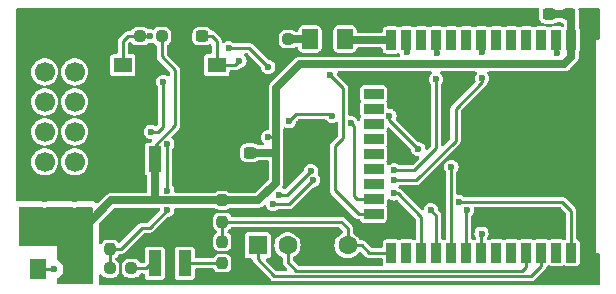
<source format=gbr>
%TF.GenerationSoftware,KiCad,Pcbnew,8.0.7*%
%TF.CreationDate,2024-12-14T18:23:45+03:00*%
%TF.ProjectId,pmod_esp32,706d6f64-5f65-4737-9033-322e6b696361,0.1*%
%TF.SameCoordinates,Original*%
%TF.FileFunction,Copper,L1,Top*%
%TF.FilePolarity,Positive*%
%FSLAX46Y46*%
G04 Gerber Fmt 4.6, Leading zero omitted, Abs format (unit mm)*
G04 Created by KiCad (PCBNEW 8.0.7) date 2024-12-14 18:23:45*
%MOMM*%
%LPD*%
G01*
G04 APERTURE LIST*
G04 Aperture macros list*
%AMRoundRect*
0 Rectangle with rounded corners*
0 $1 Rounding radius*
0 $2 $3 $4 $5 $6 $7 $8 $9 X,Y pos of 4 corners*
0 Add a 4 corners polygon primitive as box body*
4,1,4,$2,$3,$4,$5,$6,$7,$8,$9,$2,$3,0*
0 Add four circle primitives for the rounded corners*
1,1,$1+$1,$2,$3*
1,1,$1+$1,$4,$5*
1,1,$1+$1,$6,$7*
1,1,$1+$1,$8,$9*
0 Add four rect primitives between the rounded corners*
20,1,$1+$1,$2,$3,$4,$5,0*
20,1,$1+$1,$4,$5,$6,$7,0*
20,1,$1+$1,$6,$7,$8,$9,0*
20,1,$1+$1,$8,$9,$2,$3,0*%
G04 Aperture macros list end*
%TA.AperFunction,SMDPad,CuDef*%
%ADD10RoundRect,0.237500X0.237500X-0.250000X0.237500X0.250000X-0.237500X0.250000X-0.237500X-0.250000X0*%
%TD*%
%TA.AperFunction,SMDPad,CuDef*%
%ADD11RoundRect,0.237500X0.250000X0.237500X-0.250000X0.237500X-0.250000X-0.237500X0.250000X-0.237500X0*%
%TD*%
%TA.AperFunction,SMDPad,CuDef*%
%ADD12RoundRect,0.237500X0.300000X0.237500X-0.300000X0.237500X-0.300000X-0.237500X0.300000X-0.237500X0*%
%TD*%
%TA.AperFunction,ComponentPad*%
%ADD13C,1.695000*%
%TD*%
%TA.AperFunction,SMDPad,CuDef*%
%ADD14RoundRect,0.237500X-0.237500X0.250000X-0.237500X-0.250000X0.237500X-0.250000X0.237500X0.250000X0*%
%TD*%
%TA.AperFunction,SMDPad,CuDef*%
%ADD15RoundRect,0.099000X-0.351000X0.751000X-0.351000X-0.751000X0.351000X-0.751000X0.351000X0.751000X0*%
%TD*%
%TA.AperFunction,SMDPad,CuDef*%
%ADD16R,4.000000X4.000000*%
%TD*%
%TA.AperFunction,SMDPad,CuDef*%
%ADD17RoundRect,0.099000X-0.751000X0.351000X-0.751000X-0.351000X0.751000X-0.351000X0.751000X0.351000X0*%
%TD*%
%TA.AperFunction,SMDPad,CuDef*%
%ADD18RoundRect,0.237500X-0.300000X-0.237500X0.300000X-0.237500X0.300000X0.237500X-0.300000X0.237500X0*%
%TD*%
%TA.AperFunction,SMDPad,CuDef*%
%ADD19RoundRect,0.250001X-0.462499X-0.624999X0.462499X-0.624999X0.462499X0.624999X-0.462499X0.624999X0*%
%TD*%
%TA.AperFunction,ComponentPad*%
%ADD20R,1.605000X1.605000*%
%TD*%
%TA.AperFunction,ComponentPad*%
%ADD21C,1.605000*%
%TD*%
%TA.AperFunction,SMDPad,CuDef*%
%ADD22R,1.100000X2.200000*%
%TD*%
%TA.AperFunction,SMDPad,CuDef*%
%ADD23R,1.550000X1.300000*%
%TD*%
%TA.AperFunction,ViaPad*%
%ADD24C,0.600000*%
%TD*%
%TA.AperFunction,Conductor*%
%ADD25C,0.254000*%
%TD*%
%TA.AperFunction,Conductor*%
%ADD26C,0.635000*%
%TD*%
G04 APERTURE END LIST*
D10*
%TO.P,R7,1*%
%TO.N,/SELECT*%
X197700000Y-55912500D03*
%TO.P,R7,2*%
%TO.N,/GND*%
X197700000Y-54087500D03*
%TD*%
D11*
%TO.P,R6,1*%
%TO.N,Net-(R6-Pad1)*%
X199512500Y-57550000D03*
%TO.P,R6,2*%
%TO.N,/SELECT*%
X197687500Y-57550000D03*
%TD*%
D12*
%TO.P,C3,1*%
%TO.N,/EN*%
X205512500Y-37900000D03*
%TO.P,C3,2*%
%TO.N,/GND*%
X203787500Y-37900000D03*
%TD*%
D13*
%TO.P,J2,1,1*%
%TO.N,Net-(J2-Pad1)*%
X194696000Y-40900000D03*
%TO.P,J2,2,2*%
%TO.N,Net-(J2-Pad2)*%
X194696000Y-43440000D03*
%TO.P,J2,3,3*%
%TO.N,Net-(J2-Pad3)*%
X194696000Y-45980000D03*
%TO.P,J2,4,4*%
%TO.N,Net-(J2-Pad4)*%
X194696000Y-48520000D03*
%TO.P,J2,5,5*%
%TO.N,/GND*%
X194696000Y-51060000D03*
%TO.P,J2,6,6*%
%TO.N,/VCC3V3*%
X194696000Y-53600000D03*
%TO.P,J2,7,7*%
%TO.N,Net-(J2-Pad7)*%
X192156000Y-40900000D03*
%TO.P,J2,8,8*%
%TO.N,Net-(J2-Pad8)*%
X192156000Y-43440000D03*
%TO.P,J2,9,9*%
%TO.N,Net-(J2-Pad9)*%
X192156000Y-45980000D03*
%TO.P,J2,10,10*%
%TO.N,Net-(J2-Pad10)*%
X192156000Y-48520000D03*
%TO.P,J2,11,11*%
%TO.N,/GND*%
X192156000Y-51060000D03*
%TO.P,J2,12,12*%
%TO.N,/VCC3V3*%
X192156000Y-53600000D03*
%TD*%
D14*
%TO.P,R4,1*%
%TO.N,/IO0*%
X207200000Y-55287500D03*
%TO.P,R4,2*%
%TO.N,Net-(R4-Pad2)*%
X207200000Y-57112500D03*
%TD*%
D12*
%TO.P,C4,1*%
%TO.N,/VCC3V3*%
X209562500Y-47750000D03*
%TO.P,C4,2*%
%TO.N,/GND*%
X207837500Y-47750000D03*
%TD*%
D10*
%TO.P,R5,1*%
%TO.N,/IO0*%
X207200000Y-53612500D03*
%TO.P,R5,2*%
%TO.N,/VCC3V3*%
X207200000Y-51787500D03*
%TD*%
D15*
%TO.P,U1,1,GND*%
%TO.N,/GND*%
X238032500Y-38220000D03*
D16*
%TO.P,U1,1.1,GND*%
X230622500Y-46520000D03*
D15*
%TO.P,U1,2,3V3*%
%TO.N,/VCC3V3*%
X236762500Y-38220000D03*
%TO.P,U1,3,EN*%
%TO.N,/EN*%
X235492500Y-38220000D03*
%TO.P,U1,4,SENSOR_VP*%
%TO.N,unconnected-(U1-SENSOR_VP-Pad4)*%
X234222500Y-38220000D03*
%TO.P,U1,5,SENSOR_VN*%
%TO.N,unconnected-(U1-SENSOR_VN-Pad5)*%
X232952500Y-38220000D03*
%TO.P,U1,6,IO34*%
%TO.N,unconnected-(U1-IO34-Pad6)*%
X231682500Y-38220000D03*
%TO.P,U1,7,IO35*%
%TO.N,unconnected-(U1-IO35-Pad7)*%
X230412500Y-38220000D03*
%TO.P,U1,8,IO32*%
%TO.N,/GPIO*%
X229142500Y-38220000D03*
%TO.P,U1,9,IO33*%
%TO.N,unconnected-(U1-IO33-Pad9)*%
X227872500Y-38220000D03*
%TO.P,U1,10,IO25*%
%TO.N,unconnected-(U1-IO25-Pad10)*%
X226602500Y-38220000D03*
%TO.P,U1,11,IO26*%
%TO.N,/SELECT*%
X225332500Y-38220000D03*
%TO.P,U1,12,IO27*%
%TO.N,unconnected-(U1-IO27-Pad12)*%
X224062500Y-38220000D03*
%TO.P,U1,13,IO14*%
%TO.N,/RTS*%
X222792500Y-38220000D03*
%TO.P,U1,14,IO12*%
%TO.N,/LD0*%
X221522500Y-38220000D03*
D17*
%TO.P,U1,15,GND*%
%TO.N,/GND*%
X220022500Y-41505000D03*
%TO.P,U1,16,IO13*%
%TO.N,unconnected-(U1-IO13-Pad16)*%
X220022500Y-42775000D03*
%TO.P,U1,17,SHD/SD2*%
%TO.N,unconnected-(U1-SHD{slash}SD2-Pad17)*%
X220022500Y-44045000D03*
%TO.P,U1,18,SWP/SD3*%
%TO.N,unconnected-(U1-SWP{slash}SD3-Pad18)*%
X220022500Y-45315000D03*
%TO.P,U1,19,SCS/CMD*%
%TO.N,unconnected-(U1-SCS{slash}CMD-Pad19)*%
X220022500Y-46585000D03*
%TO.P,U1,20,SCK/CLK*%
%TO.N,unconnected-(U1-SCK{slash}CLK-Pad20)*%
X220022500Y-47855000D03*
%TO.P,U1,21,SDO/SD0*%
%TO.N,unconnected-(U1-SDO{slash}SD0-Pad21)*%
X220022500Y-49125000D03*
%TO.P,U1,22,SDI/SD1*%
%TO.N,unconnected-(U1-SDI{slash}SD1-Pad22)*%
X220022500Y-50395000D03*
%TO.P,U1,23,IO15*%
%TO.N,/CTS*%
X220022500Y-51665000D03*
%TO.P,U1,24,IO2*%
%TO.N,/INT*%
X220022500Y-52935000D03*
D15*
%TO.P,U1,25,IO0*%
%TO.N,/IO0*%
X221522500Y-56220000D03*
%TO.P,U1,26,IO4*%
%TO.N,unconnected-(U1-IO4-Pad26)*%
X222792500Y-56220000D03*
%TO.P,U1,27,IO16*%
%TO.N,/RXD*%
X224062500Y-56220000D03*
%TO.P,U1,28,IO17*%
%TO.N,/TXD*%
X225332500Y-56220000D03*
%TO.P,U1,29,IO5*%
%TO.N,/SS*%
X226602500Y-56220000D03*
%TO.P,U1,30,IO18*%
%TO.N,/SCK*%
X227872500Y-56220000D03*
%TO.P,U1,31,IO19*%
%TO.N,/MISO*%
X229142500Y-56220000D03*
%TO.P,U1,32*%
%TO.N,N/C*%
X230412500Y-56220000D03*
%TO.P,U1,33,IO21*%
%TO.N,unconnected-(U1-IO21-Pad33)*%
X231682500Y-56220000D03*
%TO.P,U1,34,RXD0*%
%TO.N,/RXD0*%
X232952500Y-56220000D03*
%TO.P,U1,35,TXD0*%
%TO.N,/TXD0*%
X234222500Y-56220000D03*
%TO.P,U1,36,IO22*%
%TO.N,unconnected-(U1-IO22-Pad36)*%
X235492500Y-56220000D03*
%TO.P,U1,37,IO23*%
%TO.N,/MOSI*%
X236762500Y-56220000D03*
%TO.P,U1,38,GND*%
%TO.N,/GND*%
X238032500Y-56220000D03*
%TD*%
D11*
%TO.P,R3,1*%
%TO.N,/VCC3V3*%
X202062500Y-37900000D03*
%TO.P,R3,2*%
%TO.N,/EN*%
X200237500Y-37900000D03*
%TD*%
D18*
%TO.P,C2,1*%
%TO.N,/GND*%
X233125000Y-36050000D03*
%TO.P,C2,2*%
%TO.N,/VCC3V3*%
X234850000Y-36050000D03*
%TD*%
D12*
%TO.P,C1,1*%
%TO.N,/GND*%
X238262500Y-36050000D03*
%TO.P,C1,2*%
%TO.N,/VCC3V3*%
X236537500Y-36050000D03*
%TD*%
D19*
%TO.P,LD1,1,K*%
%TO.N,Net-(LD1-K)*%
X191562500Y-57600000D03*
%TO.P,LD1,2,A*%
%TO.N,/VCC3V3*%
X194537500Y-57600000D03*
%TD*%
D20*
%TO.P,J1,1,1*%
%TO.N,/TXD0*%
X210190000Y-55600000D03*
D21*
%TO.P,J1,2,2*%
%TO.N,/RXD0*%
X212730000Y-55600000D03*
%TO.P,J1,3,3*%
%TO.N,/GND*%
X215270000Y-55600000D03*
%TO.P,J1,4,4*%
%TO.N,/IO0*%
X217810000Y-55600000D03*
%TD*%
D11*
%TO.P,R1,1*%
%TO.N,Net-(LD0-K)*%
X212775000Y-38150000D03*
%TO.P,R1,2*%
%TO.N,/GND*%
X210950000Y-38150000D03*
%TD*%
D22*
%TO.P,S2,1*%
%TO.N,Net-(R6-Pad1)*%
X201480000Y-57100000D03*
%TO.P,S2,2*%
%TO.N,Net-(R4-Pad2)*%
X204020000Y-57100000D03*
%TO.P,S2,A1*%
%TO.N,/VCC3V3*%
X201480000Y-48300000D03*
%TO.P,S2,A2*%
%TO.N,/GND*%
X204020000Y-48300000D03*
%TD*%
D19*
%TO.P,LD0,1,K*%
%TO.N,Net-(LD0-K)*%
X214612500Y-38150000D03*
%TO.P,LD0,2,A*%
%TO.N,/LD0*%
X217587500Y-38150000D03*
%TD*%
D23*
%TO.P,S1,1*%
%TO.N,/EN*%
X198775000Y-40350000D03*
%TO.P,S1,2*%
%TO.N,/GND*%
X198775000Y-44850000D03*
%TO.P,S1,3*%
%TO.N,/EN*%
X206725000Y-40350000D03*
%TO.P,S1,4*%
%TO.N,/GND*%
X206725000Y-44850000D03*
%TD*%
D24*
%TO.N,/VCC3V3*%
X211100000Y-46450000D03*
%TO.N,/GND*%
X229250000Y-49400000D03*
X206950000Y-43825000D03*
X237250000Y-51000000D03*
X236450000Y-47000000D03*
X230050000Y-43000000D03*
X235650000Y-47800000D03*
X238050000Y-50200000D03*
X232450000Y-51000000D03*
X234050000Y-42200000D03*
X232450000Y-50200000D03*
X232450000Y-43000000D03*
X229250000Y-51000000D03*
X234850000Y-42200000D03*
X234850000Y-53400000D03*
X234850000Y-41400000D03*
X202850000Y-36600000D03*
X234850000Y-43000000D03*
X191650000Y-36600000D03*
X234050000Y-51000000D03*
X206050000Y-42200000D03*
X234850000Y-45400000D03*
X234050000Y-46200000D03*
X236450000Y-41400000D03*
X233250000Y-41400000D03*
X237250000Y-41400000D03*
X233250000Y-43000000D03*
X203650000Y-54200000D03*
X226850000Y-41400000D03*
X232450000Y-49400000D03*
X234050000Y-54200000D03*
X230850000Y-53400000D03*
X203650000Y-36600000D03*
X235650000Y-45400000D03*
X235650000Y-43000000D03*
X234050000Y-43800000D03*
X230850000Y-50200000D03*
X235650000Y-47000000D03*
X238050000Y-43000000D03*
X197250000Y-50200000D03*
X234050000Y-44600000D03*
X238050000Y-41400000D03*
X235650000Y-41400000D03*
X222050000Y-47800000D03*
X236450000Y-58200000D03*
X237250000Y-48600000D03*
X235650000Y-48600000D03*
X232450000Y-54200000D03*
X232450000Y-42200000D03*
X215650000Y-47800000D03*
X234850000Y-54200000D03*
X230850000Y-42200000D03*
X214050000Y-47000000D03*
X190850000Y-37400000D03*
X237250000Y-45400000D03*
X198050000Y-50200000D03*
X236450000Y-46200000D03*
X228450000Y-50200000D03*
X232450000Y-41400000D03*
X205250000Y-54200000D03*
X209250000Y-58200000D03*
X234050000Y-47000000D03*
X227650000Y-41400000D03*
X236450000Y-43000000D03*
X234850000Y-50200000D03*
X235650000Y-49400000D03*
X234850000Y-48600000D03*
X205250000Y-53400000D03*
X231650000Y-42200000D03*
X238050000Y-53400000D03*
X238050000Y-52600000D03*
X234050000Y-41400000D03*
X235650000Y-54200000D03*
X200000000Y-53150000D03*
X235650000Y-46200000D03*
X223650000Y-43800000D03*
X209250000Y-57400000D03*
X234850000Y-46200000D03*
X230850000Y-41400000D03*
X238050000Y-43800000D03*
X230850000Y-54200000D03*
X231650000Y-50200000D03*
X236450000Y-49400000D03*
X202050000Y-55000000D03*
X215650000Y-46200000D03*
X237250000Y-42200000D03*
X230850000Y-43000000D03*
X236450000Y-45400000D03*
X236450000Y-43800000D03*
X238050000Y-40600000D03*
X206850000Y-43000000D03*
X238050000Y-51000000D03*
X237250000Y-50200000D03*
X232450000Y-53400000D03*
X206050000Y-50200000D03*
X237250000Y-43000000D03*
X214850000Y-47800000D03*
X238050000Y-49400000D03*
X190850000Y-36600000D03*
X238050000Y-58200000D03*
X238050000Y-45400000D03*
X225250000Y-51000000D03*
X231650000Y-51000000D03*
X215650000Y-47000000D03*
X205250000Y-55000000D03*
X226850000Y-42200000D03*
X207650000Y-36600000D03*
X233250000Y-53400000D03*
X233250000Y-49400000D03*
X207800000Y-45400000D03*
X196450000Y-50200000D03*
X238050000Y-47800000D03*
X236450000Y-48600000D03*
X213250000Y-47000000D03*
X202850000Y-54200000D03*
X234050000Y-47800000D03*
X238050000Y-51800000D03*
X234850000Y-44600000D03*
X233250000Y-42200000D03*
X234850000Y-47000000D03*
X236450000Y-47800000D03*
X234850000Y-51000000D03*
X236450000Y-51000000D03*
X238050000Y-48600000D03*
X238050000Y-54200000D03*
X237250000Y-49400000D03*
X230850000Y-49400000D03*
X236450000Y-50200000D03*
X207825000Y-44575000D03*
X199150000Y-53150000D03*
X202850000Y-55000000D03*
X238050000Y-44600000D03*
X238050000Y-47000000D03*
X235650000Y-44600000D03*
X237250000Y-44600000D03*
X234050000Y-45400000D03*
X236450000Y-42200000D03*
X234050000Y-53400000D03*
X214850000Y-46200000D03*
X235650000Y-51000000D03*
X230050000Y-51000000D03*
X230050000Y-50200000D03*
X237250000Y-47000000D03*
X204450000Y-53400000D03*
X214050000Y-47800000D03*
X234850000Y-49400000D03*
X235650000Y-43800000D03*
X231650000Y-54200000D03*
X231650000Y-53400000D03*
X234850000Y-43800000D03*
X237250000Y-43800000D03*
X237250000Y-47800000D03*
X234050000Y-50200000D03*
X237250000Y-46200000D03*
X213250000Y-47800000D03*
X238050000Y-42200000D03*
X199650000Y-50200000D03*
X238050000Y-46200000D03*
X234050000Y-43000000D03*
X235650000Y-42200000D03*
X230850000Y-51000000D03*
X234050000Y-49400000D03*
X233250000Y-54200000D03*
X234050000Y-48600000D03*
X235650000Y-58200000D03*
X231650000Y-41400000D03*
X198850000Y-50200000D03*
X237250000Y-58200000D03*
X234850000Y-47800000D03*
X233250000Y-51000000D03*
X230050000Y-49400000D03*
X228450000Y-49400000D03*
X204450000Y-54200000D03*
X214850000Y-47000000D03*
X203650000Y-55000000D03*
X236450000Y-44600000D03*
X204450000Y-55000000D03*
X231650000Y-43000000D03*
X235650000Y-50200000D03*
X231650000Y-49400000D03*
X206850000Y-36600000D03*
X233250000Y-50200000D03*
X229250000Y-50200000D03*
%TO.N,/EN*%
X208650000Y-40000000D03*
X205512500Y-37900000D03*
X201075000Y-37900000D03*
X235500000Y-39350000D03*
%TO.N,Net-(LD1-K)*%
X192950000Y-57600000D03*
%TO.N,/CTS{slash}SCK*%
X202200000Y-41750000D03*
X201150000Y-45977000D03*
%TO.N,/SELECT*%
X202550000Y-52605000D03*
X202550000Y-47000000D03*
X214700000Y-49300000D03*
X212000000Y-51300000D03*
X225300000Y-41550000D03*
X202550000Y-50970000D03*
X221750000Y-49250000D03*
X225350000Y-39282500D03*
%TO.N,/INT*%
X216350000Y-41200000D03*
X211100000Y-40500000D03*
X207750000Y-38900000D03*
%TO.N,/GPIO*%
X221700000Y-50100000D03*
X229150000Y-39200000D03*
X214906131Y-50072991D03*
X211500000Y-52100000D03*
X229200000Y-41450000D03*
%TO.N,/TXD*%
X224850000Y-52600000D03*
%TO.N,/MOSI*%
X227273000Y-51958591D03*
%TO.N,/SCK*%
X221350000Y-44627000D03*
X223800000Y-47450000D03*
X212850000Y-45100000D03*
X216500000Y-44627000D03*
X227900000Y-52600000D03*
%TO.N,/RTS*%
X222800000Y-39250000D03*
%TO.N,/SS*%
X226600000Y-48950000D03*
%TO.N,/CTS*%
X218077000Y-45250000D03*
%TO.N,/MISO*%
X229150000Y-54600000D03*
%TO.N,/RXD*%
X221750000Y-51200000D03*
%TD*%
D25*
%TO.N,/VCC3V3*%
X201480000Y-47170000D02*
X201480000Y-48300000D01*
D26*
X211750000Y-47700000D02*
X211700000Y-47750000D01*
X210262500Y-51787500D02*
X211750000Y-50300000D01*
X207200000Y-51787500D02*
X210262500Y-51787500D01*
D25*
X211100000Y-46450000D02*
X211750000Y-46450000D01*
D26*
X196000000Y-53600000D02*
X197812500Y-51787500D01*
X211750000Y-42250000D02*
X213750000Y-40250000D01*
X201480000Y-51757500D02*
X201480000Y-48300000D01*
X194696000Y-53600000D02*
X196000000Y-53600000D01*
X234850000Y-36050000D02*
X236537500Y-36050000D01*
X211750000Y-47700000D02*
X211750000Y-46450000D01*
X213750000Y-40250000D02*
X236150000Y-40250000D01*
X236150000Y-40250000D02*
X236762500Y-39637500D01*
D25*
X209564382Y-47748118D02*
X209562500Y-47750000D01*
D26*
X211750000Y-50300000D02*
X211750000Y-47700000D01*
X236762500Y-38220000D02*
X236762500Y-36275000D01*
X211700000Y-47750000D02*
X209562500Y-47750000D01*
X211750000Y-46450000D02*
X211750000Y-42250000D01*
X201450000Y-51787500D02*
X207200000Y-51787500D01*
D25*
X203200000Y-45450000D02*
X201480000Y-47170000D01*
D26*
X236762500Y-36275000D02*
X236537500Y-36050000D01*
D25*
X202062500Y-39612500D02*
X203200000Y-40750000D01*
X202062500Y-37900000D02*
X202062500Y-39612500D01*
D26*
X201450000Y-51787500D02*
X201480000Y-51757500D01*
X236762500Y-39637500D02*
X236762500Y-38220000D01*
D25*
X203200000Y-40750000D02*
X203200000Y-45450000D01*
D26*
X197812500Y-51787500D02*
X201450000Y-51787500D01*
D25*
%TO.N,/EN*%
X200237500Y-37900000D02*
X201075000Y-37900000D01*
X206350000Y-37900000D02*
X206725000Y-38275000D01*
X199200000Y-37900000D02*
X198775000Y-38325000D01*
X206725000Y-40350000D02*
X208300000Y-40350000D01*
X235492500Y-39342500D02*
X235500000Y-39350000D01*
X208300000Y-40350000D02*
X208650000Y-40000000D01*
X206725000Y-38275000D02*
X206725000Y-40350000D01*
X205512500Y-37900000D02*
X206350000Y-37900000D01*
X235492500Y-38220000D02*
X235492500Y-39342500D01*
X200237500Y-37900000D02*
X199200000Y-37900000D01*
X198775000Y-38325000D02*
X198775000Y-40350000D01*
%TO.N,/IO0*%
X217810000Y-55600000D02*
X219000000Y-55600000D01*
X219000000Y-55600000D02*
X219620000Y-56220000D01*
X217262500Y-53612500D02*
X207200000Y-53612500D01*
X219620000Y-56220000D02*
X221522500Y-56220000D01*
X217810000Y-55600000D02*
X217810000Y-54160000D01*
X217810000Y-54160000D02*
X217262500Y-53612500D01*
X207200000Y-53612500D02*
X207200000Y-55287500D01*
%TO.N,/TXD0*%
X210190000Y-55600000D02*
X210190000Y-56790000D01*
X211604000Y-58204000D02*
X233346000Y-58204000D01*
X233346000Y-58204000D02*
X234222500Y-57327500D01*
X234222500Y-57327500D02*
X234222500Y-56220000D01*
X210190000Y-56790000D02*
X211604000Y-58204000D01*
%TO.N,/RXD0*%
X212730000Y-57030000D02*
X213450000Y-57750000D01*
X212730000Y-55600000D02*
X212730000Y-57030000D01*
X213450000Y-57750000D02*
X232600000Y-57750000D01*
X232952500Y-57397500D02*
X232952500Y-56220000D01*
X232600000Y-57750000D02*
X232952500Y-57397500D01*
D26*
%TO.N,Net-(LD0-K)*%
X212775000Y-38150000D02*
X214612500Y-38150000D01*
%TO.N,/LD0*%
X221522500Y-38220000D02*
X217657500Y-38220000D01*
X217657500Y-38220000D02*
X217587500Y-38150000D01*
D25*
%TO.N,Net-(LD1-K)*%
X191562500Y-57600000D02*
X192950000Y-57600000D01*
%TO.N,/CTS{slash}SCK*%
X202200000Y-45550000D02*
X202200000Y-41750000D01*
X201773000Y-45977000D02*
X202200000Y-45550000D01*
X201150000Y-45977000D02*
X201773000Y-45977000D01*
%TO.N,/SELECT*%
X225300000Y-47400000D02*
X225300000Y-41550000D01*
X212700000Y-51300000D02*
X212000000Y-51300000D01*
X200400000Y-54100000D02*
X198587500Y-55912500D01*
X202550000Y-50970000D02*
X202550000Y-47000000D01*
X221750000Y-49250000D02*
X223450000Y-49250000D01*
X225332500Y-38220000D02*
X225332500Y-39265000D01*
X201055000Y-54100000D02*
X200400000Y-54100000D01*
X197700000Y-55912500D02*
X197700000Y-57537500D01*
X197700000Y-57537500D02*
X197687500Y-57550000D01*
X223450000Y-49250000D02*
X225300000Y-47400000D01*
X202550000Y-52605000D02*
X201055000Y-54100000D01*
X225332500Y-39265000D02*
X225350000Y-39282500D01*
X214700000Y-49300000D02*
X212700000Y-51300000D01*
X198587500Y-55912500D02*
X197700000Y-55912500D01*
%TO.N,/INT*%
X216750000Y-47186712D02*
X216750000Y-50950000D01*
X216350000Y-41200000D02*
X217450000Y-42300000D01*
X207750000Y-38900000D02*
X209500000Y-38900000D01*
X217450000Y-42300000D02*
X217450000Y-46486712D01*
X218735000Y-52935000D02*
X220022500Y-52935000D01*
X217450000Y-46486712D02*
X216750000Y-47186712D01*
X209500000Y-38900000D02*
X211100000Y-40500000D01*
X216750000Y-50950000D02*
X218735000Y-52935000D01*
%TO.N,/GPIO*%
X229142500Y-38220000D02*
X229142500Y-39192500D01*
X229200000Y-41800000D02*
X229200000Y-41450000D01*
X212879122Y-52100000D02*
X211500000Y-52100000D01*
X223600000Y-50100000D02*
X226950000Y-46750000D01*
X226950000Y-46750000D02*
X226950000Y-44050000D01*
X229142500Y-39192500D02*
X229150000Y-39200000D01*
X226950000Y-44050000D02*
X229200000Y-41800000D01*
X214906131Y-50072991D02*
X212879122Y-52100000D01*
X221700000Y-50100000D02*
X223600000Y-50100000D01*
%TO.N,Net-(R6-Pad1)*%
X201480000Y-57100000D02*
X201200000Y-57100000D01*
X200750000Y-57550000D02*
X199512500Y-57550000D01*
X201200000Y-57100000D02*
X200750000Y-57550000D01*
%TO.N,Net-(R4-Pad2)*%
X204020000Y-57100000D02*
X207187500Y-57100000D01*
X207187500Y-57100000D02*
X207200000Y-57112500D01*
%TO.N,/TXD*%
X224850000Y-52600000D02*
X225332500Y-53082500D01*
X225332500Y-53082500D02*
X225332500Y-56220000D01*
%TO.N,/MOSI*%
X236762500Y-52712500D02*
X236762500Y-56220000D01*
X227273000Y-51958591D02*
X227281591Y-51950000D01*
X236000000Y-51950000D02*
X236762500Y-52712500D01*
X227281591Y-51950000D02*
X236000000Y-51950000D01*
%TO.N,/SCK*%
X216500000Y-44627000D02*
X216373000Y-44500000D01*
X216373000Y-44500000D02*
X213450000Y-44500000D01*
X221350000Y-45000000D02*
X223800000Y-47450000D01*
X227900000Y-52600000D02*
X227872500Y-52627500D01*
X213450000Y-44500000D02*
X212850000Y-45100000D01*
X227872500Y-52627500D02*
X227872500Y-56220000D01*
X221350000Y-44627000D02*
X221350000Y-45000000D01*
%TO.N,/RTS*%
X222792500Y-38220000D02*
X222792500Y-39242500D01*
X222792500Y-39242500D02*
X222800000Y-39250000D01*
%TO.N,/SS*%
X226600000Y-51300000D02*
X226602500Y-51302500D01*
X226602500Y-51302500D02*
X226602500Y-56220000D01*
X226600000Y-48950000D02*
X226600000Y-51300000D01*
%TO.N,/CTS*%
X218077000Y-45250000D02*
X218350000Y-45523000D01*
X218615000Y-51665000D02*
X220022500Y-51665000D01*
X218350000Y-45523000D02*
X218350000Y-51400000D01*
X218350000Y-51400000D02*
X218615000Y-51665000D01*
%TO.N,/MISO*%
X229142500Y-56220000D02*
X229142500Y-54607500D01*
X229142500Y-54607500D02*
X229150000Y-54600000D01*
%TO.N,/RXD*%
X221750000Y-51200000D02*
X222050000Y-51200000D01*
X224062500Y-53212500D02*
X224062500Y-56220000D01*
X222050000Y-51200000D02*
X224062500Y-53212500D01*
%TD*%
%TA.AperFunction,Conductor*%
%TO.N,/VCC3V3*%
G36*
X191777841Y-52354224D02*
G01*
X191921028Y-52392592D01*
X192085270Y-52406961D01*
X192155998Y-52413149D01*
X192156000Y-52413149D01*
X192156002Y-52413149D01*
X192226730Y-52406961D01*
X192390972Y-52392592D01*
X192534158Y-52354224D01*
X192566252Y-52350000D01*
X194285748Y-52350000D01*
X194317841Y-52354224D01*
X194461028Y-52392592D01*
X194625270Y-52406961D01*
X194695998Y-52413149D01*
X194696000Y-52413149D01*
X194696002Y-52413149D01*
X194766730Y-52406961D01*
X194930972Y-52392592D01*
X195074158Y-52354224D01*
X195106252Y-52350000D01*
X196126000Y-52350000D01*
X196193039Y-52369685D01*
X196238794Y-52422489D01*
X196250000Y-52474000D01*
X196250000Y-58776000D01*
X196230315Y-58843039D01*
X196177511Y-58888794D01*
X196126000Y-58900000D01*
X193324000Y-58900000D01*
X193256961Y-58880315D01*
X193211206Y-58827511D01*
X193200000Y-58776000D01*
X193200000Y-58448596D01*
X193219685Y-58381557D01*
X193272489Y-58335802D01*
X193283042Y-58331555D01*
X193299522Y-58325789D01*
X193452262Y-58229816D01*
X193579816Y-58102262D01*
X193675789Y-57949522D01*
X193735368Y-57779255D01*
X193755565Y-57600000D01*
X193735368Y-57420745D01*
X193675789Y-57250478D01*
X193579816Y-57097738D01*
X193452262Y-56970184D01*
X193299524Y-56874212D01*
X193299525Y-56874212D01*
X193296803Y-56873259D01*
X193283042Y-56868444D01*
X193226268Y-56827722D01*
X193200522Y-56762769D01*
X193200000Y-56751404D01*
X193200000Y-55650000D01*
X190074000Y-55650000D01*
X190006961Y-55630315D01*
X189961206Y-55577511D01*
X189950000Y-55526000D01*
X189950000Y-52474000D01*
X189969685Y-52406961D01*
X190022489Y-52361206D01*
X190074000Y-52350000D01*
X191745748Y-52350000D01*
X191777841Y-52354224D01*
G37*
%TD.AperFunction*%
%TD*%
%TA.AperFunction,Conductor*%
%TO.N,/GND*%
G36*
X239092539Y-35520185D02*
G01*
X239138294Y-35572989D01*
X239149500Y-35624500D01*
X239149500Y-38070150D01*
X239129815Y-38137189D01*
X239077011Y-38182944D01*
X239025500Y-38194150D01*
X238803350Y-38194150D01*
X238803350Y-56220000D01*
X239025500Y-56220000D01*
X239092539Y-56239685D01*
X239138294Y-56292489D01*
X239149500Y-56344000D01*
X239149500Y-58875500D01*
X239129815Y-58942539D01*
X239077011Y-58988294D01*
X239025500Y-58999500D01*
X196866469Y-58999500D01*
X196799430Y-58979815D01*
X196753675Y-58927011D01*
X196743731Y-58857854D01*
X196755500Y-58776000D01*
X196755500Y-58147264D01*
X196775185Y-58080225D01*
X196827989Y-58034470D01*
X196897147Y-58024526D01*
X196960703Y-58053551D01*
X196978304Y-58072339D01*
X197053499Y-58171500D01*
X197150269Y-58244882D01*
X197171342Y-58260862D01*
X197308923Y-58315117D01*
X197366562Y-58322039D01*
X197395381Y-58325500D01*
X197395382Y-58325500D01*
X197979619Y-58325500D01*
X198001232Y-58322904D01*
X198066077Y-58315117D01*
X198203658Y-58260862D01*
X198321500Y-58171500D01*
X198410862Y-58053658D01*
X198465117Y-57916077D01*
X198475500Y-57829618D01*
X198475500Y-57270382D01*
X198475500Y-57270381D01*
X198724500Y-57270381D01*
X198724500Y-57829618D01*
X198734882Y-57916074D01*
X198734882Y-57916075D01*
X198789139Y-58053660D01*
X198878499Y-58171500D01*
X198975269Y-58244882D01*
X198996342Y-58260862D01*
X199133923Y-58315117D01*
X199191562Y-58322039D01*
X199220381Y-58325500D01*
X199220382Y-58325500D01*
X199804619Y-58325500D01*
X199826232Y-58322904D01*
X199891077Y-58315117D01*
X200028658Y-58260862D01*
X200146500Y-58171500D01*
X200235862Y-58053658D01*
X200235864Y-58053652D01*
X200240018Y-58046266D01*
X200241755Y-58047242D01*
X200277842Y-58000865D01*
X200343750Y-57977673D01*
X200350289Y-57977500D01*
X200505501Y-57977500D01*
X200572540Y-57997185D01*
X200618295Y-58049989D01*
X200629501Y-58101500D01*
X200629501Y-58244856D01*
X200629502Y-58244882D01*
X200632413Y-58269987D01*
X200632415Y-58269991D01*
X200677793Y-58372764D01*
X200677794Y-58372765D01*
X200757235Y-58452206D01*
X200860009Y-58497585D01*
X200885135Y-58500500D01*
X202074864Y-58500499D01*
X202074879Y-58500497D01*
X202074882Y-58500497D01*
X202099987Y-58497586D01*
X202099988Y-58497585D01*
X202099991Y-58497585D01*
X202202765Y-58452206D01*
X202282206Y-58372765D01*
X202327585Y-58269991D01*
X202330500Y-58244865D01*
X202330499Y-55955136D01*
X202330498Y-55955131D01*
X203169500Y-55955131D01*
X203169500Y-58244856D01*
X203169502Y-58244882D01*
X203172413Y-58269987D01*
X203172415Y-58269991D01*
X203217793Y-58372764D01*
X203217794Y-58372765D01*
X203297235Y-58452206D01*
X203400009Y-58497585D01*
X203425135Y-58500500D01*
X204614864Y-58500499D01*
X204614879Y-58500497D01*
X204614882Y-58500497D01*
X204639987Y-58497586D01*
X204639988Y-58497585D01*
X204639991Y-58497585D01*
X204742765Y-58452206D01*
X204822206Y-58372765D01*
X204867585Y-58269991D01*
X204870500Y-58244865D01*
X204870500Y-57651500D01*
X204890185Y-57584461D01*
X204942989Y-57538706D01*
X204994500Y-57527500D01*
X206364852Y-57527500D01*
X206431891Y-57547185D01*
X206477646Y-57599989D01*
X206480207Y-57606010D01*
X206489138Y-57628659D01*
X206578499Y-57746500D01*
X206688108Y-57829618D01*
X206696342Y-57835862D01*
X206833923Y-57890117D01*
X206891562Y-57897039D01*
X206920381Y-57900500D01*
X206920382Y-57900500D01*
X207479619Y-57900500D01*
X207501232Y-57897904D01*
X207566077Y-57890117D01*
X207703658Y-57835862D01*
X207821500Y-57746500D01*
X207910862Y-57628658D01*
X207965117Y-57491077D01*
X207975500Y-57404618D01*
X207975500Y-56820382D01*
X207965117Y-56733923D01*
X207910862Y-56596342D01*
X207909551Y-56594613D01*
X207821500Y-56478499D01*
X207703660Y-56389139D01*
X207703658Y-56389138D01*
X207566077Y-56334883D01*
X207566076Y-56334882D01*
X207566074Y-56334882D01*
X207479619Y-56324500D01*
X207479618Y-56324500D01*
X206920382Y-56324500D01*
X206920381Y-56324500D01*
X206833925Y-56334882D01*
X206833924Y-56334882D01*
X206696339Y-56389139D01*
X206578499Y-56478499D01*
X206489139Y-56596339D01*
X206484982Y-56603734D01*
X206483244Y-56602757D01*
X206447158Y-56649135D01*
X206381250Y-56672327D01*
X206374711Y-56672500D01*
X204994499Y-56672500D01*
X204927460Y-56652815D01*
X204881705Y-56600011D01*
X204870499Y-56548500D01*
X204870499Y-55955143D01*
X204870499Y-55955136D01*
X204870497Y-55955117D01*
X204867586Y-55930012D01*
X204867585Y-55930010D01*
X204867585Y-55930009D01*
X204822206Y-55827235D01*
X204742765Y-55747794D01*
X204715010Y-55735539D01*
X204639992Y-55702415D01*
X204614865Y-55699500D01*
X203425143Y-55699500D01*
X203425117Y-55699502D01*
X203400012Y-55702413D01*
X203400008Y-55702415D01*
X203297235Y-55747793D01*
X203217794Y-55827234D01*
X203172415Y-55930006D01*
X203172415Y-55930008D01*
X203169500Y-55955131D01*
X202330498Y-55955131D01*
X202330497Y-55955117D01*
X202327586Y-55930012D01*
X202327585Y-55930010D01*
X202327585Y-55930009D01*
X202282206Y-55827235D01*
X202202765Y-55747794D01*
X202175010Y-55735539D01*
X202099992Y-55702415D01*
X202074865Y-55699500D01*
X200885143Y-55699500D01*
X200885117Y-55699502D01*
X200860012Y-55702413D01*
X200860008Y-55702415D01*
X200757235Y-55747793D01*
X200677794Y-55827234D01*
X200632415Y-55930006D01*
X200632415Y-55930008D01*
X200629500Y-55955131D01*
X200629500Y-56998500D01*
X200609815Y-57065539D01*
X200557011Y-57111294D01*
X200505500Y-57122500D01*
X200350289Y-57122500D01*
X200283250Y-57102815D01*
X200240490Y-57053468D01*
X200240018Y-57053734D01*
X200238718Y-57051423D01*
X200237495Y-57050011D01*
X200236160Y-57046872D01*
X200235860Y-57046339D01*
X200146500Y-56928499D01*
X200028660Y-56839139D01*
X200028658Y-56839138D01*
X199891077Y-56784883D01*
X199891076Y-56784882D01*
X199891074Y-56784882D01*
X199804619Y-56774500D01*
X199804618Y-56774500D01*
X199220382Y-56774500D01*
X199220381Y-56774500D01*
X199133925Y-56784882D01*
X199133924Y-56784882D01*
X198996339Y-56839139D01*
X198878499Y-56928499D01*
X198789139Y-57046339D01*
X198734882Y-57183924D01*
X198734882Y-57183925D01*
X198724500Y-57270381D01*
X198475500Y-57270381D01*
X198465117Y-57183923D01*
X198410862Y-57046342D01*
X198396289Y-57027124D01*
X198321500Y-56928499D01*
X198199921Y-56836304D01*
X198158398Y-56780112D01*
X198153846Y-56710391D01*
X198187710Y-56649276D01*
X198199921Y-56638696D01*
X198321500Y-56546500D01*
X198363860Y-56490640D01*
X198410862Y-56428658D01*
X198414863Y-56418511D01*
X198457768Y-56363367D01*
X198523676Y-56340173D01*
X198530218Y-56340000D01*
X198643779Y-56340000D01*
X198643781Y-56340000D01*
X198752509Y-56310867D01*
X198849991Y-56254585D01*
X200540758Y-54563819D01*
X200602081Y-54530334D01*
X200628439Y-54527500D01*
X201111279Y-54527500D01*
X201111281Y-54527500D01*
X201220009Y-54498367D01*
X201317491Y-54442085D01*
X202518963Y-53240612D01*
X202580284Y-53207129D01*
X202590456Y-53205356D01*
X202600361Y-53204051D01*
X202706762Y-53190044D01*
X202852841Y-53129536D01*
X202978282Y-53033282D01*
X203074536Y-52907841D01*
X203135044Y-52761762D01*
X203153610Y-52620740D01*
X203155682Y-52605001D01*
X203155682Y-52605000D01*
X203148111Y-52547491D01*
X203147873Y-52545685D01*
X203158638Y-52476650D01*
X203205018Y-52424394D01*
X203270812Y-52405500D01*
X206515701Y-52405500D01*
X206582740Y-52425185D01*
X206590626Y-52430696D01*
X206692453Y-52507913D01*
X206696342Y-52510862D01*
X206833923Y-52565117D01*
X206872194Y-52569713D01*
X206920381Y-52575500D01*
X206920382Y-52575500D01*
X207479619Y-52575500D01*
X207501232Y-52572904D01*
X207566077Y-52565117D01*
X207703658Y-52510862D01*
X207772037Y-52459009D01*
X207809374Y-52430696D01*
X207874686Y-52405873D01*
X207884299Y-52405500D01*
X210323370Y-52405500D01*
X210403690Y-52389522D01*
X210442764Y-52381750D01*
X210528462Y-52346253D01*
X210555229Y-52335166D01*
X210555230Y-52335165D01*
X210555233Y-52335164D01*
X210656452Y-52267532D01*
X210711174Y-52212809D01*
X210772493Y-52179326D01*
X210842185Y-52184309D01*
X210898119Y-52226180D01*
X210913414Y-52253039D01*
X210972793Y-52396394D01*
X210975464Y-52402841D01*
X211071718Y-52528282D01*
X211197159Y-52624536D01*
X211343238Y-52685044D01*
X211421619Y-52695363D01*
X211499999Y-52705682D01*
X211500000Y-52705682D01*
X211500001Y-52705682D01*
X211552254Y-52698802D01*
X211656762Y-52685044D01*
X211802841Y-52624536D01*
X211895908Y-52553123D01*
X211961076Y-52527930D01*
X211971393Y-52527500D01*
X212935401Y-52527500D01*
X212935403Y-52527500D01*
X213044131Y-52498367D01*
X213141613Y-52442085D01*
X214875094Y-50708602D01*
X214936415Y-50675119D01*
X214946570Y-50673349D01*
X215062893Y-50658035D01*
X215208972Y-50597527D01*
X215334413Y-50501273D01*
X215430667Y-50375832D01*
X215491175Y-50229753D01*
X215511813Y-50072991D01*
X215510062Y-50059693D01*
X215491175Y-49916230D01*
X215491175Y-49916229D01*
X215430667Y-49770150D01*
X215334413Y-49644709D01*
X215313360Y-49628554D01*
X215272160Y-49572129D01*
X215268005Y-49502383D01*
X215274288Y-49482728D01*
X215285044Y-49456762D01*
X215305682Y-49300000D01*
X215305249Y-49296714D01*
X215285044Y-49143239D01*
X215285044Y-49143238D01*
X215224536Y-48997159D01*
X215128282Y-48871718D01*
X215002841Y-48775464D01*
X214856762Y-48714956D01*
X214856760Y-48714955D01*
X214700001Y-48694318D01*
X214699999Y-48694318D01*
X214543239Y-48714955D01*
X214543237Y-48714956D01*
X214397160Y-48775463D01*
X214271718Y-48871718D01*
X214175463Y-48997160D01*
X214114956Y-49143237D01*
X214114956Y-49143239D01*
X214099644Y-49259540D01*
X214071377Y-49323436D01*
X214064386Y-49331035D01*
X212559243Y-50836181D01*
X212497920Y-50869666D01*
X212471562Y-50872500D01*
X212471392Y-50872500D01*
X212404353Y-50852815D01*
X212395920Y-50846885D01*
X212310841Y-50781603D01*
X212269640Y-50725177D01*
X212265485Y-50655431D01*
X212283229Y-50614336D01*
X212294461Y-50597527D01*
X212297664Y-50592733D01*
X212318795Y-50541718D01*
X212324361Y-50528282D01*
X212335548Y-50501273D01*
X212344251Y-50480263D01*
X212368000Y-50360868D01*
X212368000Y-50239132D01*
X212368000Y-47639132D01*
X212368000Y-46389132D01*
X212368000Y-45735872D01*
X212387685Y-45668833D01*
X212440489Y-45623078D01*
X212509647Y-45613134D01*
X212538877Y-45623293D01*
X212539651Y-45621426D01*
X212547158Y-45624535D01*
X212547159Y-45624536D01*
X212693238Y-45685044D01*
X212771619Y-45695363D01*
X212849999Y-45705682D01*
X212850000Y-45705682D01*
X212850001Y-45705682D01*
X212912589Y-45697442D01*
X213006762Y-45685044D01*
X213152841Y-45624536D01*
X213278282Y-45528282D01*
X213374536Y-45402841D01*
X213435044Y-45256762D01*
X213450356Y-45140457D01*
X213478623Y-45076561D01*
X213485600Y-45068975D01*
X213590759Y-44963817D01*
X213652081Y-44930334D01*
X213678439Y-44927500D01*
X215912518Y-44927500D01*
X215979557Y-44947185D01*
X216010894Y-44976014D01*
X216047852Y-45024180D01*
X216071718Y-45055282D01*
X216197159Y-45151536D01*
X216343238Y-45212044D01*
X216421619Y-45222363D01*
X216499999Y-45232682D01*
X216500000Y-45232682D01*
X216500001Y-45232682D01*
X216552254Y-45225802D01*
X216656762Y-45212044D01*
X216802841Y-45151536D01*
X216823013Y-45136056D01*
X216888180Y-45110862D01*
X216956625Y-45124899D01*
X217006616Y-45173712D01*
X217022500Y-45234432D01*
X217022500Y-46258274D01*
X217002815Y-46325313D01*
X216986181Y-46345955D01*
X216407917Y-46924218D01*
X216407915Y-46924221D01*
X216351633Y-47021701D01*
X216336707Y-47077407D01*
X216322500Y-47130431D01*
X216322500Y-50893719D01*
X216322500Y-51006281D01*
X216337066Y-51060645D01*
X216351633Y-51115010D01*
X216373856Y-51153500D01*
X216407915Y-51212491D01*
X218472509Y-53277085D01*
X218569991Y-53333367D01*
X218678719Y-53362500D01*
X218786123Y-53362500D01*
X218853162Y-53382185D01*
X218896605Y-53430202D01*
X218944269Y-53523747D01*
X218944270Y-53523748D01*
X218944273Y-53523752D01*
X219033747Y-53613226D01*
X219033749Y-53613227D01*
X219033753Y-53613231D01*
X219146509Y-53670683D01*
X219146510Y-53670683D01*
X219146512Y-53670684D01*
X219240057Y-53685500D01*
X219240058Y-53685500D01*
X220804942Y-53685500D01*
X220898487Y-53670684D01*
X220898488Y-53670684D01*
X220898489Y-53670683D01*
X220898491Y-53670683D01*
X221011247Y-53613231D01*
X221100731Y-53523747D01*
X221158183Y-53410991D01*
X221158183Y-53410989D01*
X221158184Y-53410988D01*
X221158184Y-53410987D01*
X221173000Y-53317442D01*
X221173000Y-52552557D01*
X221158184Y-52459012D01*
X221158184Y-52459011D01*
X221139071Y-52421500D01*
X221105846Y-52356292D01*
X221092951Y-52287626D01*
X221105846Y-52243708D01*
X221158183Y-52140991D01*
X221158183Y-52140989D01*
X221158184Y-52140988D01*
X221158184Y-52140987D01*
X221173000Y-52047442D01*
X221173000Y-51765613D01*
X221192685Y-51698574D01*
X221245489Y-51652819D01*
X221314647Y-51642875D01*
X221372487Y-51667238D01*
X221447157Y-51724535D01*
X221447158Y-51724535D01*
X221447159Y-51724536D01*
X221593238Y-51785044D01*
X221671619Y-51795363D01*
X221749999Y-51805682D01*
X221750000Y-51805682D01*
X221750001Y-51805682D01*
X221789190Y-51800522D01*
X221906762Y-51785044D01*
X221917685Y-51780519D01*
X221987149Y-51773047D01*
X222049630Y-51804318D01*
X222052821Y-51807397D01*
X223598681Y-53353257D01*
X223632166Y-53414580D01*
X223635000Y-53440938D01*
X223635000Y-54983622D01*
X223615315Y-55050661D01*
X223567294Y-55094107D01*
X223483794Y-55136652D01*
X223415125Y-55149548D01*
X223371206Y-55136652D01*
X223268491Y-55084316D01*
X223268487Y-55084315D01*
X223174942Y-55069500D01*
X222410058Y-55069500D01*
X222316512Y-55084315D01*
X222316508Y-55084316D01*
X222213794Y-55136652D01*
X222145125Y-55149548D01*
X222101206Y-55136652D01*
X221998491Y-55084316D01*
X221998487Y-55084315D01*
X221904942Y-55069500D01*
X221140058Y-55069500D01*
X221046512Y-55084315D01*
X221046511Y-55084315D01*
X220973482Y-55121526D01*
X220933753Y-55141769D01*
X220933752Y-55141770D01*
X220933747Y-55141773D01*
X220844273Y-55231247D01*
X220844270Y-55231252D01*
X220786815Y-55344011D01*
X220786815Y-55344012D01*
X220772000Y-55437557D01*
X220772000Y-55668500D01*
X220752315Y-55735539D01*
X220699511Y-55781294D01*
X220648000Y-55792500D01*
X219848439Y-55792500D01*
X219781400Y-55772815D01*
X219760758Y-55756181D01*
X219262493Y-55257917D01*
X219262491Y-55257915D01*
X219213750Y-55229774D01*
X219165010Y-55201633D01*
X219110645Y-55187066D01*
X219056281Y-55172500D01*
X219056280Y-55172500D01*
X218906084Y-55172500D01*
X218839045Y-55152815D01*
X218795085Y-55103774D01*
X218751807Y-55016858D01*
X218628619Y-54853730D01*
X218477553Y-54716016D01*
X218303756Y-54608405D01*
X218298882Y-54605387D01*
X218299888Y-54603762D01*
X218254982Y-54562117D01*
X218237500Y-54498635D01*
X218237500Y-54103721D01*
X218237500Y-54103719D01*
X218208367Y-53994991D01*
X218207978Y-53994318D01*
X218156189Y-53904618D01*
X218152085Y-53897509D01*
X218072491Y-53817915D01*
X217524991Y-53270415D01*
X217473375Y-53240614D01*
X217427510Y-53214133D01*
X217370016Y-53198728D01*
X217318781Y-53185000D01*
X217318780Y-53185000D01*
X208030218Y-53185000D01*
X207963179Y-53165315D01*
X207917424Y-53112511D01*
X207914863Y-53106488D01*
X207910862Y-53096343D01*
X207910860Y-53096339D01*
X207821500Y-52978499D01*
X207703660Y-52889139D01*
X207703658Y-52889138D01*
X207566077Y-52834883D01*
X207566076Y-52834882D01*
X207566074Y-52834882D01*
X207479619Y-52824500D01*
X207479618Y-52824500D01*
X206920382Y-52824500D01*
X206920381Y-52824500D01*
X206833925Y-52834882D01*
X206833924Y-52834882D01*
X206696339Y-52889139D01*
X206578499Y-52978499D01*
X206489139Y-53096339D01*
X206434882Y-53233924D01*
X206434882Y-53233925D01*
X206424500Y-53320381D01*
X206424500Y-53904618D01*
X206434882Y-53991074D01*
X206434882Y-53991075D01*
X206489139Y-54128660D01*
X206578499Y-54246500D01*
X206696339Y-54335860D01*
X206696342Y-54335862D01*
X206696343Y-54335862D01*
X206703734Y-54340018D01*
X206702645Y-54341954D01*
X206748390Y-54377535D01*
X206771593Y-54443439D01*
X206755483Y-54511426D01*
X206705173Y-54559910D01*
X206698173Y-54563108D01*
X206696342Y-54564138D01*
X206578499Y-54653499D01*
X206489139Y-54771339D01*
X206434882Y-54908924D01*
X206434882Y-54908925D01*
X206424500Y-54995381D01*
X206424500Y-55579618D01*
X206434882Y-55666074D01*
X206434882Y-55666075D01*
X206448063Y-55699500D01*
X206470415Y-55756181D01*
X206489139Y-55803660D01*
X206578499Y-55921500D01*
X206682217Y-56000151D01*
X206696342Y-56010862D01*
X206833923Y-56065117D01*
X206891562Y-56072039D01*
X206920381Y-56075500D01*
X206920382Y-56075500D01*
X207479619Y-56075500D01*
X207501232Y-56072904D01*
X207566077Y-56065117D01*
X207703658Y-56010862D01*
X207821500Y-55921500D01*
X207910862Y-55803658D01*
X207965117Y-55666077D01*
X207975500Y-55579618D01*
X207975500Y-54995382D01*
X207965117Y-54908923D01*
X207910862Y-54771342D01*
X207899806Y-54756762D01*
X207821500Y-54653499D01*
X207703658Y-54564138D01*
X207696266Y-54559982D01*
X207697351Y-54558051D01*
X207651588Y-54522434D01*
X207628404Y-54456523D01*
X207644534Y-54388541D01*
X207694857Y-54340071D01*
X207701845Y-54336881D01*
X207703652Y-54335864D01*
X207703658Y-54335862D01*
X207821500Y-54246500D01*
X207910862Y-54128658D01*
X207914863Y-54118511D01*
X207957768Y-54063367D01*
X208023676Y-54040173D01*
X208030218Y-54040000D01*
X217034062Y-54040000D01*
X217101101Y-54059685D01*
X217121743Y-54076319D01*
X217346181Y-54300757D01*
X217379666Y-54362080D01*
X217382500Y-54388438D01*
X217382500Y-54498635D01*
X217362815Y-54565674D01*
X217320189Y-54603887D01*
X217321118Y-54605387D01*
X217142451Y-54716013D01*
X217142449Y-54716014D01*
X217142447Y-54716016D01*
X217081757Y-54771342D01*
X216991380Y-54853731D01*
X216868193Y-55016857D01*
X216777077Y-55199842D01*
X216777074Y-55199848D01*
X216721136Y-55396453D01*
X216721135Y-55396456D01*
X216702275Y-55599999D01*
X216702275Y-55600000D01*
X216721135Y-55803543D01*
X216721136Y-55803546D01*
X216777074Y-56000151D01*
X216777077Y-56000157D01*
X216834431Y-56115338D01*
X216868193Y-56183142D01*
X216991381Y-56346270D01*
X217142447Y-56483984D01*
X217316244Y-56591595D01*
X217506857Y-56665438D01*
X217707792Y-56703000D01*
X217707795Y-56703000D01*
X217912205Y-56703000D01*
X217912208Y-56703000D01*
X218113143Y-56665438D01*
X218303756Y-56591595D01*
X218477553Y-56483984D01*
X218628619Y-56346270D01*
X218751807Y-56183142D01*
X218751809Y-56183138D01*
X218754824Y-56178270D01*
X218756568Y-56179349D01*
X218797855Y-56134805D01*
X218865515Y-56117374D01*
X218931859Y-56139291D01*
X218949046Y-56153622D01*
X219357508Y-56562085D01*
X219454991Y-56618367D01*
X219563718Y-56647500D01*
X219563719Y-56647500D01*
X220648000Y-56647500D01*
X220715039Y-56667185D01*
X220760794Y-56719989D01*
X220772000Y-56771500D01*
X220772000Y-57002442D01*
X220771999Y-57002442D01*
X220786815Y-57095987D01*
X220786816Y-57095990D01*
X220810364Y-57142204D01*
X220823261Y-57210874D01*
X220796985Y-57275614D01*
X220739879Y-57315872D01*
X220699880Y-57322500D01*
X213678438Y-57322500D01*
X213611399Y-57302815D01*
X213590757Y-57286181D01*
X213193819Y-56889243D01*
X213160334Y-56827920D01*
X213157500Y-56801562D01*
X213157500Y-56701364D01*
X213177185Y-56634325D01*
X213219811Y-56596115D01*
X213218881Y-56594613D01*
X213223753Y-56591595D01*
X213223756Y-56591595D01*
X213397553Y-56483984D01*
X213548619Y-56346270D01*
X213671807Y-56183142D01*
X213762923Y-56000156D01*
X213762923Y-56000153D01*
X213762925Y-56000151D01*
X213812123Y-55827235D01*
X213818864Y-55803544D01*
X213837725Y-55600000D01*
X213824927Y-55461892D01*
X213818864Y-55396456D01*
X213818863Y-55396453D01*
X213818831Y-55396342D01*
X213810739Y-55367902D01*
X213762925Y-55199848D01*
X213762922Y-55199842D01*
X213739505Y-55152815D01*
X213671807Y-55016858D01*
X213548619Y-54853730D01*
X213397553Y-54716016D01*
X213223756Y-54608405D01*
X213223754Y-54608404D01*
X213033146Y-54534563D01*
X213033145Y-54534562D01*
X213033143Y-54534562D01*
X212832208Y-54497000D01*
X212627792Y-54497000D01*
X212426857Y-54534562D01*
X212426855Y-54534562D01*
X212426853Y-54534563D01*
X212236245Y-54608404D01*
X212236243Y-54608405D01*
X212062451Y-54716013D01*
X212062449Y-54716014D01*
X212062447Y-54716016D01*
X212001757Y-54771342D01*
X211911380Y-54853731D01*
X211788193Y-55016857D01*
X211697077Y-55199842D01*
X211697074Y-55199848D01*
X211641136Y-55396453D01*
X211641135Y-55396456D01*
X211622275Y-55599999D01*
X211622275Y-55600000D01*
X211641135Y-55803543D01*
X211641136Y-55803546D01*
X211697074Y-56000151D01*
X211697077Y-56000157D01*
X211754431Y-56115338D01*
X211788193Y-56183142D01*
X211911381Y-56346270D01*
X212062447Y-56483984D01*
X212236244Y-56591595D01*
X212236246Y-56591595D01*
X212241119Y-56594613D01*
X212240111Y-56596240D01*
X212285008Y-56637866D01*
X212302500Y-56701364D01*
X212302500Y-56973719D01*
X212302500Y-57086281D01*
X212305102Y-57095991D01*
X212331633Y-57195010D01*
X212359774Y-57243750D01*
X212387915Y-57292491D01*
X212387916Y-57292492D01*
X212660243Y-57564819D01*
X212693728Y-57626142D01*
X212688744Y-57695834D01*
X212646872Y-57751767D01*
X212581408Y-57776184D01*
X212572562Y-57776500D01*
X211832438Y-57776500D01*
X211765399Y-57756815D01*
X211744757Y-57740181D01*
X210919256Y-56914680D01*
X210885771Y-56853357D01*
X210890755Y-56783665D01*
X210932627Y-56727732D01*
X210998091Y-56703315D01*
X211006937Y-56702999D01*
X211037356Y-56702999D01*
X211037364Y-56702999D01*
X211037379Y-56702997D01*
X211037382Y-56702997D01*
X211062487Y-56700086D01*
X211062488Y-56700085D01*
X211062491Y-56700085D01*
X211165265Y-56654706D01*
X211244706Y-56575265D01*
X211290085Y-56472491D01*
X211293000Y-56447365D01*
X211292999Y-54752636D01*
X211292997Y-54752617D01*
X211290086Y-54727512D01*
X211290085Y-54727510D01*
X211290085Y-54727509D01*
X211244706Y-54624735D01*
X211165265Y-54545294D01*
X211131384Y-54530334D01*
X211062492Y-54499915D01*
X211037365Y-54497000D01*
X209342643Y-54497000D01*
X209342617Y-54497002D01*
X209317512Y-54499913D01*
X209317508Y-54499915D01*
X209214735Y-54545293D01*
X209135294Y-54624734D01*
X209089915Y-54727506D01*
X209089915Y-54727508D01*
X209087000Y-54752631D01*
X209087000Y-56447356D01*
X209087002Y-56447382D01*
X209089913Y-56472487D01*
X209089915Y-56472491D01*
X209135293Y-56575264D01*
X209135294Y-56575265D01*
X209214735Y-56654706D01*
X209317509Y-56700085D01*
X209342635Y-56703000D01*
X209638501Y-56702999D01*
X209705539Y-56722683D01*
X209751294Y-56775487D01*
X209762500Y-56826999D01*
X209762500Y-56846280D01*
X209791633Y-56955010D01*
X209802435Y-56973719D01*
X209847915Y-57052491D01*
X211341509Y-58546085D01*
X211438991Y-58602367D01*
X211547719Y-58631500D01*
X211547721Y-58631500D01*
X233402279Y-58631500D01*
X233402281Y-58631500D01*
X233511009Y-58602367D01*
X233608491Y-58546085D01*
X234564585Y-57589992D01*
X234620867Y-57492509D01*
X234636764Y-57433178D01*
X234673127Y-57373521D01*
X234700237Y-57354793D01*
X234801208Y-57303346D01*
X234869873Y-57290450D01*
X234913788Y-57303344D01*
X235016509Y-57355683D01*
X235016510Y-57355683D01*
X235016512Y-57355684D01*
X235110057Y-57370500D01*
X235110058Y-57370500D01*
X235874942Y-57370500D01*
X235968487Y-57355684D01*
X235968488Y-57355684D01*
X235968489Y-57355683D01*
X235968491Y-57355683D01*
X236071207Y-57303346D01*
X236139874Y-57290451D01*
X236183791Y-57303346D01*
X236286509Y-57355683D01*
X236286510Y-57355683D01*
X236286512Y-57355684D01*
X236380057Y-57370500D01*
X236380058Y-57370500D01*
X237144942Y-57370500D01*
X237238487Y-57355684D01*
X237238488Y-57355684D01*
X237238489Y-57355683D01*
X237238491Y-57355683D01*
X237351247Y-57298231D01*
X237440731Y-57208747D01*
X237498183Y-57095991D01*
X237498183Y-57095989D01*
X237498184Y-57095988D01*
X237498184Y-57095987D01*
X237513000Y-57002442D01*
X237513000Y-55437557D01*
X237498184Y-55344012D01*
X237498184Y-55344011D01*
X237495288Y-55338328D01*
X237440731Y-55231253D01*
X237440727Y-55231249D01*
X237440726Y-55231247D01*
X237351252Y-55141773D01*
X237351249Y-55141771D01*
X237351247Y-55141769D01*
X237257705Y-55094107D01*
X237206909Y-55046132D01*
X237190000Y-54983622D01*
X237190000Y-52656221D01*
X237190000Y-52656219D01*
X237160867Y-52547491D01*
X237104585Y-52450009D01*
X237024991Y-52370415D01*
X236262491Y-51607915D01*
X236213750Y-51579774D01*
X236165010Y-51551633D01*
X236110645Y-51537066D01*
X236056281Y-51522500D01*
X236056280Y-51522500D01*
X227733197Y-51522500D01*
X227666158Y-51502815D01*
X227657711Y-51496876D01*
X227653597Y-51493719D01*
X227575841Y-51434055D01*
X227575838Y-51434053D01*
X227575837Y-51434053D01*
X227429762Y-51373547D01*
X227429760Y-51373546D01*
X227273001Y-51352909D01*
X227272998Y-51352909D01*
X227170184Y-51366444D01*
X227101149Y-51355678D01*
X227048894Y-51309298D01*
X227033018Y-51254016D01*
X227031060Y-51254274D01*
X227028939Y-51238160D01*
X227029800Y-51238046D01*
X227027500Y-51220563D01*
X227027500Y-49421392D01*
X227047185Y-49354353D01*
X227053117Y-49345915D01*
X227124536Y-49252841D01*
X227185044Y-49106762D01*
X227205682Y-48950000D01*
X227203902Y-48936482D01*
X227185044Y-48793239D01*
X227185044Y-48793238D01*
X227124536Y-48647159D01*
X227028282Y-48521718D01*
X226902841Y-48425464D01*
X226756762Y-48364956D01*
X226756760Y-48364955D01*
X226600001Y-48344318D01*
X226599999Y-48344318D01*
X226443239Y-48364955D01*
X226443237Y-48364956D01*
X226297160Y-48425463D01*
X226171718Y-48521718D01*
X226075463Y-48647160D01*
X226014956Y-48793237D01*
X226014955Y-48793239D01*
X225994318Y-48949998D01*
X225994318Y-48950001D01*
X226014955Y-49106760D01*
X226014956Y-49106762D01*
X226075464Y-49252842D01*
X226080604Y-49259540D01*
X226146875Y-49345906D01*
X226172070Y-49411074D01*
X226172500Y-49421392D01*
X226172500Y-51356279D01*
X226173561Y-51364337D01*
X226172697Y-51364450D01*
X226175000Y-51381934D01*
X226175000Y-54983622D01*
X226155315Y-55050661D01*
X226107294Y-55094107D01*
X226023794Y-55136652D01*
X225955125Y-55149548D01*
X225911206Y-55136652D01*
X225827706Y-55094107D01*
X225776909Y-55046133D01*
X225760000Y-54983622D01*
X225760000Y-53026221D01*
X225760000Y-53026219D01*
X225730867Y-52917491D01*
X225674585Y-52820008D01*
X225485613Y-52631036D01*
X225452128Y-52569713D01*
X225450355Y-52559540D01*
X225449510Y-52553124D01*
X225435044Y-52443238D01*
X225374536Y-52297159D01*
X225278282Y-52171718D01*
X225152841Y-52075464D01*
X225073582Y-52042634D01*
X225006762Y-52014956D01*
X225006760Y-52014955D01*
X224850001Y-51994318D01*
X224849999Y-51994318D01*
X224693239Y-52014955D01*
X224693237Y-52014956D01*
X224547160Y-52075463D01*
X224421718Y-52171718D01*
X224325463Y-52297160D01*
X224264956Y-52443237D01*
X224264956Y-52443239D01*
X224255064Y-52518373D01*
X224226797Y-52582269D01*
X224168472Y-52620740D01*
X224098608Y-52621571D01*
X224044444Y-52589868D01*
X222312493Y-50857917D01*
X222312491Y-50857915D01*
X222215009Y-50801633D01*
X222215008Y-50801632D01*
X222211640Y-50799688D01*
X222185089Y-50776402D01*
X222184028Y-50777464D01*
X222178281Y-50771717D01*
X222149816Y-50749875D01*
X222108614Y-50693447D01*
X222104459Y-50623701D01*
X222138672Y-50562781D01*
X222200389Y-50530029D01*
X222225303Y-50527500D01*
X223656279Y-50527500D01*
X223656281Y-50527500D01*
X223765009Y-50498367D01*
X223862491Y-50442085D01*
X227292085Y-47012492D01*
X227348367Y-46915009D01*
X227351741Y-46902415D01*
X227377500Y-46806281D01*
X227377500Y-44278438D01*
X227397185Y-44211399D01*
X227413819Y-44190757D01*
X228447134Y-43157442D01*
X229542085Y-42062491D01*
X229598367Y-41965009D01*
X229611637Y-41915478D01*
X229633033Y-41872089D01*
X229724536Y-41752841D01*
X229785044Y-41606762D01*
X229805682Y-41450000D01*
X229785044Y-41293238D01*
X229724536Y-41147159D01*
X229724535Y-41147158D01*
X229724535Y-41147157D01*
X229663401Y-41067486D01*
X229638207Y-41002317D01*
X229652245Y-40933872D01*
X229701059Y-40883883D01*
X229761777Y-40868000D01*
X236210870Y-40868000D01*
X236291190Y-40852022D01*
X236330264Y-40844250D01*
X236430235Y-40802841D01*
X236442729Y-40797666D01*
X236442730Y-40797665D01*
X236442733Y-40797664D01*
X236543952Y-40730032D01*
X236630032Y-40643952D01*
X237242532Y-40031452D01*
X237276943Y-39979952D01*
X237310164Y-39930233D01*
X237333234Y-39874536D01*
X237356751Y-39817763D01*
X237380500Y-39698368D01*
X237380500Y-39576632D01*
X237380500Y-39320340D01*
X237400185Y-39253301D01*
X237416815Y-39232662D01*
X237440731Y-39208747D01*
X237498183Y-39095991D01*
X237498183Y-39095989D01*
X237498184Y-39095988D01*
X237498184Y-39095987D01*
X237513000Y-39002442D01*
X237513000Y-37437557D01*
X237498184Y-37344012D01*
X237498184Y-37344011D01*
X237492837Y-37333517D01*
X237440731Y-37231253D01*
X237440727Y-37231249D01*
X237440726Y-37231247D01*
X237416819Y-37207340D01*
X237383334Y-37146017D01*
X237380500Y-37119659D01*
X237380500Y-36214129D01*
X237377883Y-36200974D01*
X237375500Y-36176782D01*
X237375500Y-35770381D01*
X237365117Y-35683925D01*
X237365117Y-35683924D01*
X237365117Y-35683923D01*
X237359621Y-35669988D01*
X237353341Y-35600403D01*
X237385678Y-35538467D01*
X237446367Y-35503846D01*
X237474977Y-35500500D01*
X239025500Y-35500500D01*
X239092539Y-35520185D01*
G37*
%TD.AperFunction*%
%TA.AperFunction,Conductor*%
G36*
X201896227Y-52425185D02*
G01*
X201941982Y-52477989D01*
X201952126Y-52545691D01*
X201949643Y-52564545D01*
X201921374Y-52628440D01*
X201914386Y-52636035D01*
X200914243Y-53636181D01*
X200852920Y-53669666D01*
X200826562Y-53672500D01*
X200343718Y-53672500D01*
X200234989Y-53701633D01*
X200137508Y-53757915D01*
X200137505Y-53757917D01*
X198549466Y-55345956D01*
X198488143Y-55379441D01*
X198418451Y-55374457D01*
X198362981Y-55333200D01*
X198321500Y-55278499D01*
X198203660Y-55189139D01*
X198203658Y-55189138D01*
X198066077Y-55134883D01*
X198066076Y-55134882D01*
X198066074Y-55134882D01*
X197979619Y-55124500D01*
X197979618Y-55124500D01*
X197420382Y-55124500D01*
X197420381Y-55124500D01*
X197333925Y-55134882D01*
X197333924Y-55134882D01*
X197196339Y-55189139D01*
X197078499Y-55278499D01*
X196989139Y-55396340D01*
X196987585Y-55399104D01*
X196985503Y-55401134D01*
X196984013Y-55403100D01*
X196983717Y-55402876D01*
X196937569Y-55447891D01*
X196869116Y-55461892D01*
X196803961Y-55436663D01*
X196762788Y-55380213D01*
X196755500Y-55338328D01*
X196755500Y-53769846D01*
X196775185Y-53702807D01*
X196791819Y-53682165D01*
X198032165Y-52441819D01*
X198093488Y-52408334D01*
X198119846Y-52405500D01*
X201389132Y-52405500D01*
X201510868Y-52405500D01*
X201829188Y-52405500D01*
X201896227Y-52425185D01*
G37*
%TD.AperFunction*%
%TA.AperFunction,Conductor*%
G36*
X235838601Y-52397185D02*
G01*
X235859243Y-52413819D01*
X236298681Y-52853257D01*
X236332166Y-52914580D01*
X236335000Y-52940938D01*
X236335000Y-54983622D01*
X236315315Y-55050661D01*
X236267294Y-55094107D01*
X236183794Y-55136652D01*
X236115125Y-55149548D01*
X236071206Y-55136652D01*
X235968491Y-55084316D01*
X235968487Y-55084315D01*
X235874942Y-55069500D01*
X235110058Y-55069500D01*
X235016512Y-55084315D01*
X235016508Y-55084316D01*
X234913794Y-55136652D01*
X234845125Y-55149548D01*
X234801206Y-55136652D01*
X234698491Y-55084316D01*
X234698487Y-55084315D01*
X234604942Y-55069500D01*
X233840058Y-55069500D01*
X233746512Y-55084315D01*
X233746508Y-55084316D01*
X233643794Y-55136652D01*
X233575125Y-55149548D01*
X233531206Y-55136652D01*
X233428491Y-55084316D01*
X233428487Y-55084315D01*
X233334942Y-55069500D01*
X232570058Y-55069500D01*
X232476512Y-55084315D01*
X232476508Y-55084316D01*
X232373794Y-55136652D01*
X232305125Y-55149548D01*
X232261206Y-55136652D01*
X232158491Y-55084316D01*
X232158487Y-55084315D01*
X232064942Y-55069500D01*
X231300058Y-55069500D01*
X231206512Y-55084315D01*
X231206508Y-55084316D01*
X231103794Y-55136652D01*
X231035125Y-55149548D01*
X230991206Y-55136652D01*
X230888491Y-55084316D01*
X230888487Y-55084315D01*
X230794942Y-55069500D01*
X230030058Y-55069500D01*
X229936512Y-55084315D01*
X229936508Y-55084316D01*
X229833794Y-55136652D01*
X229765125Y-55149548D01*
X229721208Y-55136653D01*
X229691518Y-55121526D01*
X229640721Y-55073553D01*
X229623924Y-55005732D01*
X229646460Y-54939597D01*
X229649411Y-54935584D01*
X229674536Y-54902841D01*
X229735044Y-54756762D01*
X229753061Y-54619909D01*
X229755682Y-54600001D01*
X229755682Y-54599998D01*
X229735044Y-54443239D01*
X229735044Y-54443238D01*
X229674536Y-54297159D01*
X229578282Y-54171718D01*
X229452841Y-54075464D01*
X229423636Y-54063367D01*
X229306762Y-54014956D01*
X229306760Y-54014955D01*
X229150001Y-53994318D01*
X229149999Y-53994318D01*
X228993239Y-54014955D01*
X228993237Y-54014956D01*
X228847160Y-54075463D01*
X228721718Y-54171718D01*
X228625463Y-54297160D01*
X228564956Y-54443237D01*
X228564955Y-54443239D01*
X228546939Y-54580090D01*
X228539803Y-54596220D01*
X228542977Y-54601159D01*
X228546939Y-54619909D01*
X228564955Y-54756760D01*
X228564957Y-54756765D01*
X228625461Y-54902836D01*
X228625464Y-54902841D01*
X228646349Y-54930059D01*
X228671543Y-54995228D01*
X228657505Y-55063673D01*
X228608691Y-55113662D01*
X228604268Y-55116030D01*
X228563795Y-55136652D01*
X228495126Y-55149548D01*
X228451206Y-55136652D01*
X228367706Y-55094107D01*
X228316909Y-55046133D01*
X228300000Y-54983622D01*
X228300000Y-54636094D01*
X228310171Y-54601455D01*
X228301481Y-54583011D01*
X228300000Y-54563905D01*
X228300000Y-53107232D01*
X228319685Y-53040193D01*
X228325624Y-53031746D01*
X228395303Y-52940938D01*
X228424536Y-52902841D01*
X228485044Y-52756762D01*
X228505682Y-52600000D01*
X228500978Y-52564273D01*
X228494845Y-52517685D01*
X228505610Y-52448650D01*
X228551990Y-52396394D01*
X228617784Y-52377500D01*
X235771562Y-52377500D01*
X235838601Y-52397185D01*
G37*
%TD.AperFunction*%
%TA.AperFunction,Conductor*%
G36*
X233979562Y-35520185D02*
G01*
X234025317Y-35572989D01*
X234035261Y-35642147D01*
X234027879Y-35669985D01*
X234025317Y-35676481D01*
X234022382Y-35683924D01*
X234022382Y-35683925D01*
X234012000Y-35770381D01*
X234012000Y-36329618D01*
X234022382Y-36416074D01*
X234022382Y-36416075D01*
X234076639Y-36553660D01*
X234165999Y-36671500D01*
X234283839Y-36760860D01*
X234283842Y-36760862D01*
X234421423Y-36815117D01*
X234456996Y-36819389D01*
X234481943Y-36822385D01*
X234546157Y-36849922D01*
X234554773Y-36862666D01*
X234560097Y-36854637D01*
X234624061Y-36826523D01*
X234639954Y-36825500D01*
X235075046Y-36825500D01*
X235142085Y-36845185D01*
X235151664Y-36856240D01*
X235197907Y-36826523D01*
X235218057Y-36822385D01*
X235226213Y-36821405D01*
X235278577Y-36815117D01*
X235416158Y-36760862D01*
X235505389Y-36693195D01*
X235570700Y-36668373D01*
X235580314Y-36668000D01*
X235807186Y-36668000D01*
X235874225Y-36687685D01*
X235882105Y-36693192D01*
X235971342Y-36760862D01*
X236065991Y-36798187D01*
X236121133Y-36841091D01*
X236144327Y-36906998D01*
X236144500Y-36913540D01*
X236144500Y-36971648D01*
X236124815Y-37038687D01*
X236072011Y-37084442D01*
X236002853Y-37094386D01*
X235978034Y-37086518D01*
X235977770Y-37087332D01*
X235968487Y-37084315D01*
X235874942Y-37069500D01*
X235232842Y-37069500D01*
X235165803Y-37049815D01*
X235156223Y-37038759D01*
X235109981Y-37068477D01*
X235094443Y-37071973D01*
X235016512Y-37084315D01*
X235016508Y-37084316D01*
X234913794Y-37136652D01*
X234845125Y-37149548D01*
X234801206Y-37136652D01*
X234698491Y-37084316D01*
X234698487Y-37084315D01*
X234620557Y-37071973D01*
X234557422Y-37042044D01*
X234552473Y-37034096D01*
X234550520Y-37037297D01*
X234487657Y-37067794D01*
X234467158Y-37069500D01*
X233840058Y-37069500D01*
X233746512Y-37084315D01*
X233746508Y-37084316D01*
X233643794Y-37136652D01*
X233575125Y-37149548D01*
X233531206Y-37136652D01*
X233428491Y-37084316D01*
X233428487Y-37084315D01*
X233334942Y-37069500D01*
X232570058Y-37069500D01*
X232476512Y-37084315D01*
X232476508Y-37084316D01*
X232373794Y-37136652D01*
X232305125Y-37149548D01*
X232261206Y-37136652D01*
X232158491Y-37084316D01*
X232158487Y-37084315D01*
X232064942Y-37069500D01*
X231300058Y-37069500D01*
X231206512Y-37084315D01*
X231206508Y-37084316D01*
X231103794Y-37136652D01*
X231035125Y-37149548D01*
X230991206Y-37136652D01*
X230888491Y-37084316D01*
X230888487Y-37084315D01*
X230794942Y-37069500D01*
X230030058Y-37069500D01*
X229936512Y-37084315D01*
X229936508Y-37084316D01*
X229833794Y-37136652D01*
X229765125Y-37149548D01*
X229721206Y-37136652D01*
X229618491Y-37084316D01*
X229618487Y-37084315D01*
X229524942Y-37069500D01*
X228760058Y-37069500D01*
X228666512Y-37084315D01*
X228666508Y-37084316D01*
X228563794Y-37136652D01*
X228495125Y-37149548D01*
X228451206Y-37136652D01*
X228348491Y-37084316D01*
X228348487Y-37084315D01*
X228254942Y-37069500D01*
X227490058Y-37069500D01*
X227396512Y-37084315D01*
X227396508Y-37084316D01*
X227293794Y-37136652D01*
X227225125Y-37149548D01*
X227181206Y-37136652D01*
X227078491Y-37084316D01*
X227078487Y-37084315D01*
X226984942Y-37069500D01*
X226220058Y-37069500D01*
X226126512Y-37084315D01*
X226126508Y-37084316D01*
X226023794Y-37136652D01*
X225955125Y-37149548D01*
X225911206Y-37136652D01*
X225808491Y-37084316D01*
X225808487Y-37084315D01*
X225714942Y-37069500D01*
X224950058Y-37069500D01*
X224856512Y-37084315D01*
X224856508Y-37084316D01*
X224753794Y-37136652D01*
X224685125Y-37149548D01*
X224641206Y-37136652D01*
X224538491Y-37084316D01*
X224538487Y-37084315D01*
X224444942Y-37069500D01*
X223680058Y-37069500D01*
X223586512Y-37084315D01*
X223586508Y-37084316D01*
X223483794Y-37136652D01*
X223415125Y-37149548D01*
X223371206Y-37136652D01*
X223268491Y-37084316D01*
X223268487Y-37084315D01*
X223174942Y-37069500D01*
X222410058Y-37069500D01*
X222316512Y-37084315D01*
X222316508Y-37084316D01*
X222213794Y-37136652D01*
X222145125Y-37149548D01*
X222101206Y-37136652D01*
X221998491Y-37084316D01*
X221998487Y-37084315D01*
X221904942Y-37069500D01*
X221140058Y-37069500D01*
X221046512Y-37084315D01*
X221046511Y-37084315D01*
X220977146Y-37119659D01*
X220933753Y-37141769D01*
X220933752Y-37141770D01*
X220933747Y-37141773D01*
X220844273Y-37231247D01*
X220844270Y-37231252D01*
X220786815Y-37344011D01*
X220786815Y-37344012D01*
X220772000Y-37437557D01*
X220772000Y-37478000D01*
X220752315Y-37545039D01*
X220699511Y-37590794D01*
X220648000Y-37602000D01*
X218724487Y-37602000D01*
X218657448Y-37582315D01*
X218611693Y-37529511D01*
X218600708Y-37485407D01*
X218600499Y-37481917D01*
X218600499Y-37481902D01*
X218589876Y-37393436D01*
X218534361Y-37252658D01*
X218518129Y-37231253D01*
X218442922Y-37132077D01*
X218322344Y-37040640D01*
X218322342Y-37040639D01*
X218181564Y-36985124D01*
X218181561Y-36985123D01*
X218093099Y-36974500D01*
X217081908Y-36974500D01*
X216993437Y-36985123D01*
X216852657Y-37040639D01*
X216852655Y-37040640D01*
X216732077Y-37132077D01*
X216640640Y-37252655D01*
X216640639Y-37252658D01*
X216588498Y-37384882D01*
X216585124Y-37393437D01*
X216585123Y-37393438D01*
X216574500Y-37481900D01*
X216574500Y-38818091D01*
X216585123Y-38906562D01*
X216640639Y-39047342D01*
X216640640Y-39047344D01*
X216732077Y-39167922D01*
X216852655Y-39259359D01*
X216852658Y-39259361D01*
X216993436Y-39314876D01*
X217081901Y-39325500D01*
X218093098Y-39325499D01*
X218181564Y-39314876D01*
X218322342Y-39259361D01*
X218442922Y-39167922D01*
X218534361Y-39047342D01*
X218585953Y-38916509D01*
X218628859Y-38861366D01*
X218694766Y-38838173D01*
X218701308Y-38838000D01*
X220648000Y-38838000D01*
X220715039Y-38857685D01*
X220760794Y-38910489D01*
X220772000Y-38962000D01*
X220772000Y-39002442D01*
X220771999Y-39002442D01*
X220786815Y-39095987D01*
X220786815Y-39095988D01*
X220786817Y-39095991D01*
X220844269Y-39208747D01*
X220844271Y-39208749D01*
X220844273Y-39208752D01*
X220933747Y-39298226D01*
X220933749Y-39298227D01*
X220933753Y-39298231D01*
X221046509Y-39355683D01*
X221046510Y-39355683D01*
X221046512Y-39355684D01*
X221140057Y-39370500D01*
X221140058Y-39370500D01*
X221904942Y-39370500D01*
X221998487Y-39355684D01*
X221998489Y-39355683D01*
X221998491Y-39355683D01*
X222040473Y-39334291D01*
X222109141Y-39321395D01*
X222173882Y-39347670D01*
X222210607Y-39399766D01*
X222211846Y-39399253D01*
X222214126Y-39404757D01*
X222214139Y-39404776D01*
X222214153Y-39404823D01*
X222214955Y-39406761D01*
X222214956Y-39406762D01*
X222234654Y-39454318D01*
X222237235Y-39460547D01*
X222244704Y-39530016D01*
X222213429Y-39592496D01*
X222153340Y-39628148D01*
X222122674Y-39632000D01*
X213689130Y-39632000D01*
X213569741Y-39655748D01*
X213569731Y-39655751D01*
X213457268Y-39702334D01*
X213457264Y-39702336D01*
X213382938Y-39752000D01*
X213382938Y-39752001D01*
X213356045Y-39769969D01*
X213356044Y-39769970D01*
X211846707Y-41279309D01*
X211356048Y-41769968D01*
X211305968Y-41820048D01*
X211269968Y-41856048D01*
X211202333Y-41957270D01*
X211155751Y-42069731D01*
X211155748Y-42069741D01*
X211132000Y-42189129D01*
X211132000Y-45731360D01*
X211112315Y-45798399D01*
X211059511Y-45844154D01*
X211024186Y-45854299D01*
X210943238Y-45864956D01*
X210943237Y-45864956D01*
X210797160Y-45925463D01*
X210671718Y-46021718D01*
X210575463Y-46147160D01*
X210514956Y-46293237D01*
X210514955Y-46293239D01*
X210494318Y-46449998D01*
X210494318Y-46450001D01*
X210514955Y-46606760D01*
X210514956Y-46606762D01*
X210573957Y-46749204D01*
X210575464Y-46752841D01*
X210661493Y-46864956D01*
X210671719Y-46878283D01*
X210712564Y-46909624D01*
X210753767Y-46966052D01*
X210757922Y-47035798D01*
X210723710Y-47096718D01*
X210661992Y-47129471D01*
X210637078Y-47132000D01*
X210292814Y-47132000D01*
X210225775Y-47112315D01*
X210217889Y-47106804D01*
X210194284Y-47088904D01*
X210128659Y-47039139D01*
X210128660Y-47039139D01*
X210128658Y-47039138D01*
X209991077Y-46984883D01*
X209991076Y-46984882D01*
X209991074Y-46984882D01*
X209904619Y-46974500D01*
X209904618Y-46974500D01*
X209220382Y-46974500D01*
X209220381Y-46974500D01*
X209133925Y-46984882D01*
X209133924Y-46984882D01*
X208996339Y-47039139D01*
X208878499Y-47128499D01*
X208789139Y-47246339D01*
X208734882Y-47383924D01*
X208734882Y-47383925D01*
X208724500Y-47470381D01*
X208724500Y-48029618D01*
X208734882Y-48116074D01*
X208734882Y-48116075D01*
X208789139Y-48253660D01*
X208878499Y-48371500D01*
X208996339Y-48460860D01*
X208996342Y-48460862D01*
X209133923Y-48515117D01*
X209174584Y-48520000D01*
X209220381Y-48525500D01*
X209220382Y-48525500D01*
X209904619Y-48525500D01*
X209926232Y-48522904D01*
X209991077Y-48515117D01*
X210128658Y-48460862D01*
X210217889Y-48393195D01*
X210283200Y-48368373D01*
X210292814Y-48368000D01*
X211008000Y-48368000D01*
X211075039Y-48387685D01*
X211120794Y-48440489D01*
X211132000Y-48492000D01*
X211132000Y-49992654D01*
X211112315Y-50059693D01*
X211095681Y-50080335D01*
X210042835Y-51133181D01*
X209981512Y-51166666D01*
X209955154Y-51169500D01*
X207884299Y-51169500D01*
X207817260Y-51149815D01*
X207809374Y-51144304D01*
X207703660Y-51064139D01*
X207703658Y-51064138D01*
X207566077Y-51009883D01*
X207566076Y-51009882D01*
X207566074Y-51009882D01*
X207479619Y-50999500D01*
X207479618Y-50999500D01*
X206920382Y-50999500D01*
X206920381Y-50999500D01*
X206833925Y-51009882D01*
X206833924Y-51009882D01*
X206696339Y-51064139D01*
X206590626Y-51144304D01*
X206525314Y-51169127D01*
X206515701Y-51169500D01*
X203270812Y-51169500D01*
X203203773Y-51149815D01*
X203158018Y-51097011D01*
X203147873Y-51029314D01*
X203150906Y-51006281D01*
X203155682Y-50970000D01*
X203145639Y-50893719D01*
X203140254Y-50852815D01*
X203135044Y-50813238D01*
X203074536Y-50667159D01*
X203074535Y-50667158D01*
X203074535Y-50667157D01*
X203003124Y-50574092D01*
X202977930Y-50508923D01*
X202977500Y-50498606D01*
X202977500Y-47471392D01*
X202997185Y-47404353D01*
X203003117Y-47395915D01*
X203074536Y-47302841D01*
X203135044Y-47156762D01*
X203151068Y-47035044D01*
X203155682Y-47000001D01*
X203155682Y-46999998D01*
X203135044Y-46843239D01*
X203135044Y-46843238D01*
X203074536Y-46697159D01*
X202978282Y-46571718D01*
X202923297Y-46529526D01*
X202882096Y-46473100D01*
X202877941Y-46403354D01*
X202911102Y-46343473D01*
X203542085Y-45712492D01*
X203598367Y-45615009D01*
X203627500Y-45506282D01*
X203627500Y-45393719D01*
X203627500Y-40693719D01*
X203598367Y-40584991D01*
X203542085Y-40487509D01*
X203462491Y-40407915D01*
X202526319Y-39471743D01*
X202492834Y-39410420D01*
X202490000Y-39384062D01*
X202490000Y-38730218D01*
X202509685Y-38663179D01*
X202562489Y-38617424D01*
X202568512Y-38614863D01*
X202578658Y-38610862D01*
X202696500Y-38521500D01*
X202785862Y-38403658D01*
X202840117Y-38266077D01*
X202850500Y-38179618D01*
X202850500Y-37620382D01*
X202850500Y-37620381D01*
X204674500Y-37620381D01*
X204674500Y-38179618D01*
X204684882Y-38266074D01*
X204684882Y-38266075D01*
X204684883Y-38266077D01*
X204730913Y-38382802D01*
X204739139Y-38403660D01*
X204828499Y-38521500D01*
X204946339Y-38610860D01*
X204946342Y-38610862D01*
X205083923Y-38665117D01*
X205141562Y-38672039D01*
X205170381Y-38675500D01*
X205170382Y-38675500D01*
X205854619Y-38675500D01*
X205876232Y-38672904D01*
X205941077Y-38665117D01*
X206078658Y-38610862D01*
X206098575Y-38595757D01*
X206163884Y-38570935D01*
X206232248Y-38585362D01*
X206281960Y-38634459D01*
X206297500Y-38694562D01*
X206297500Y-39275500D01*
X206277815Y-39342539D01*
X206225011Y-39388294D01*
X206173500Y-39399500D01*
X205905143Y-39399500D01*
X205905117Y-39399502D01*
X205880012Y-39402413D01*
X205880008Y-39402415D01*
X205777235Y-39447793D01*
X205697794Y-39527234D01*
X205652415Y-39630006D01*
X205652415Y-39630008D01*
X205649500Y-39655131D01*
X205649500Y-41044856D01*
X205649502Y-41044882D01*
X205652413Y-41069987D01*
X205652415Y-41069991D01*
X205697793Y-41172764D01*
X205697794Y-41172765D01*
X205777235Y-41252206D01*
X205880009Y-41297585D01*
X205905135Y-41300500D01*
X207544864Y-41300499D01*
X207544879Y-41300497D01*
X207544882Y-41300497D01*
X207569987Y-41297586D01*
X207569988Y-41297585D01*
X207569991Y-41297585D01*
X207672765Y-41252206D01*
X207752206Y-41172765D01*
X207797585Y-41069991D01*
X207800500Y-41044865D01*
X207800500Y-40901500D01*
X207820185Y-40834461D01*
X207872989Y-40788706D01*
X207924500Y-40777500D01*
X208356279Y-40777500D01*
X208356281Y-40777500D01*
X208465009Y-40748367D01*
X208562491Y-40692085D01*
X208618962Y-40635612D01*
X208680283Y-40602128D01*
X208690443Y-40600357D01*
X208806762Y-40585044D01*
X208952841Y-40524536D01*
X209078282Y-40428282D01*
X209174536Y-40302841D01*
X209235044Y-40156762D01*
X209255682Y-40000000D01*
X209235044Y-39843238D01*
X209174536Y-39697159D01*
X209078282Y-39571718D01*
X209064119Y-39560850D01*
X209049816Y-39549875D01*
X209008614Y-39493447D01*
X209004459Y-39423701D01*
X209038672Y-39362781D01*
X209100389Y-39330029D01*
X209125303Y-39327500D01*
X209271562Y-39327500D01*
X209338601Y-39347185D01*
X209359243Y-39363819D01*
X210464386Y-40468962D01*
X210497871Y-40530285D01*
X210499644Y-40540457D01*
X210514956Y-40656761D01*
X210514956Y-40656762D01*
X210573319Y-40797664D01*
X210575464Y-40802841D01*
X210671718Y-40928282D01*
X210797159Y-41024536D01*
X210943238Y-41085044D01*
X210983739Y-41090376D01*
X211099999Y-41105682D01*
X211100000Y-41105682D01*
X211100001Y-41105682D01*
X211152254Y-41098802D01*
X211256762Y-41085044D01*
X211402841Y-41024536D01*
X211528282Y-40928282D01*
X211624536Y-40802841D01*
X211685044Y-40656762D01*
X211705682Y-40500000D01*
X211705553Y-40499022D01*
X211685044Y-40343239D01*
X211685044Y-40343238D01*
X211624536Y-40197159D01*
X211528282Y-40071718D01*
X211402841Y-39975464D01*
X211256762Y-39914956D01*
X211215227Y-39909487D01*
X211140457Y-39899644D01*
X211076561Y-39871377D01*
X211068962Y-39864386D01*
X209762493Y-38557917D01*
X209762491Y-38557915D01*
X209690541Y-38516374D01*
X209665010Y-38501633D01*
X209580633Y-38479025D01*
X209556281Y-38472500D01*
X209556280Y-38472500D01*
X208221393Y-38472500D01*
X208154354Y-38452815D01*
X208145920Y-38446885D01*
X208052841Y-38375464D01*
X207906762Y-38314956D01*
X207906760Y-38314955D01*
X207750001Y-38294318D01*
X207749999Y-38294318D01*
X207593239Y-38314955D01*
X207593237Y-38314956D01*
X207447157Y-38375464D01*
X207351986Y-38448492D01*
X207286817Y-38473686D01*
X207218372Y-38459647D01*
X207168382Y-38410833D01*
X207152500Y-38350116D01*
X207152500Y-38218719D01*
X207150396Y-38210868D01*
X207150395Y-38210863D01*
X207123367Y-38109992D01*
X207123367Y-38109991D01*
X207067085Y-38012508D01*
X206924958Y-37870381D01*
X211987000Y-37870381D01*
X211987000Y-38429618D01*
X211997382Y-38516074D01*
X211997382Y-38516075D01*
X212051639Y-38653660D01*
X212140999Y-38771500D01*
X212231976Y-38840489D01*
X212258842Y-38860862D01*
X212396423Y-38915117D01*
X212454062Y-38922039D01*
X212482881Y-38925500D01*
X212482882Y-38925500D01*
X213067119Y-38925500D01*
X213088732Y-38922904D01*
X213153577Y-38915117D01*
X213291158Y-38860862D01*
X213380389Y-38793195D01*
X213445700Y-38768373D01*
X213455314Y-38768000D01*
X213483484Y-38768000D01*
X213550523Y-38787685D01*
X213596278Y-38840489D01*
X213606599Y-38877215D01*
X213610124Y-38906564D01*
X213647933Y-39002442D01*
X213665639Y-39047342D01*
X213665640Y-39047344D01*
X213757077Y-39167922D01*
X213877655Y-39259359D01*
X213877658Y-39259361D01*
X214018436Y-39314876D01*
X214106901Y-39325500D01*
X215118098Y-39325499D01*
X215206564Y-39314876D01*
X215347342Y-39259361D01*
X215467922Y-39167922D01*
X215559361Y-39047342D01*
X215614876Y-38906564D01*
X215625500Y-38818099D01*
X215625499Y-37481902D01*
X215614876Y-37393436D01*
X215559361Y-37252658D01*
X215543129Y-37231253D01*
X215467922Y-37132077D01*
X215347344Y-37040640D01*
X215347342Y-37040639D01*
X215206564Y-36985124D01*
X215206561Y-36985123D01*
X215118099Y-36974500D01*
X214106908Y-36974500D01*
X214018437Y-36985123D01*
X213877657Y-37040639D01*
X213877655Y-37040640D01*
X213757077Y-37132077D01*
X213665640Y-37252655D01*
X213665639Y-37252658D01*
X213610124Y-37393436D01*
X213610124Y-37393437D01*
X213610123Y-37393437D01*
X213606599Y-37422787D01*
X213579061Y-37487000D01*
X213521178Y-37526132D01*
X213483484Y-37532000D01*
X213455314Y-37532000D01*
X213388275Y-37512315D01*
X213380389Y-37506804D01*
X213354273Y-37487000D01*
X213291159Y-37439139D01*
X213291160Y-37439139D01*
X213291158Y-37439138D01*
X213153577Y-37384883D01*
X213153576Y-37384882D01*
X213153574Y-37384882D01*
X213067119Y-37374500D01*
X213067118Y-37374500D01*
X212482882Y-37374500D01*
X212482881Y-37374500D01*
X212396425Y-37384882D01*
X212396424Y-37384882D01*
X212258839Y-37439139D01*
X212140999Y-37528499D01*
X212051639Y-37646339D01*
X211997382Y-37783924D01*
X211997382Y-37783925D01*
X211987000Y-37870381D01*
X206924958Y-37870381D01*
X206612491Y-37557915D01*
X206533511Y-37512315D01*
X206515010Y-37501633D01*
X206460397Y-37487000D01*
X206406281Y-37472500D01*
X206406280Y-37472500D01*
X206400289Y-37472500D01*
X206333250Y-37452815D01*
X206290490Y-37403468D01*
X206290018Y-37403734D01*
X206288718Y-37401423D01*
X206287495Y-37400011D01*
X206286160Y-37396872D01*
X206285860Y-37396339D01*
X206196500Y-37278499D01*
X206078660Y-37189139D01*
X206078658Y-37189138D01*
X205941077Y-37134883D01*
X205941076Y-37134882D01*
X205941074Y-37134882D01*
X205854619Y-37124500D01*
X205854618Y-37124500D01*
X205170382Y-37124500D01*
X205170381Y-37124500D01*
X205083925Y-37134882D01*
X205083924Y-37134882D01*
X204946339Y-37189139D01*
X204828499Y-37278499D01*
X204739139Y-37396339D01*
X204684882Y-37533924D01*
X204684882Y-37533925D01*
X204674500Y-37620381D01*
X202850500Y-37620381D01*
X202848292Y-37602000D01*
X202840117Y-37533925D01*
X202840117Y-37533924D01*
X202840117Y-37533923D01*
X202785862Y-37396342D01*
X202783659Y-37393437D01*
X202696500Y-37278499D01*
X202578660Y-37189139D01*
X202578658Y-37189138D01*
X202441077Y-37134883D01*
X202441076Y-37134882D01*
X202441074Y-37134882D01*
X202354619Y-37124500D01*
X202354618Y-37124500D01*
X201770382Y-37124500D01*
X201770381Y-37124500D01*
X201683925Y-37134882D01*
X201683924Y-37134882D01*
X201546339Y-37189139D01*
X201428499Y-37278500D01*
X201418265Y-37291996D01*
X201362071Y-37333517D01*
X201292350Y-37338066D01*
X201272015Y-37331629D01*
X201231762Y-37314956D01*
X201231760Y-37314955D01*
X201075001Y-37294318D01*
X201074999Y-37294318D01*
X200969779Y-37308170D01*
X200900744Y-37297404D01*
X200879263Y-37282299D01*
X200878259Y-37283625D01*
X200753660Y-37189139D01*
X200753658Y-37189138D01*
X200616077Y-37134883D01*
X200616076Y-37134882D01*
X200616074Y-37134882D01*
X200529619Y-37124500D01*
X200529618Y-37124500D01*
X199945382Y-37124500D01*
X199945381Y-37124500D01*
X199858925Y-37134882D01*
X199858924Y-37134882D01*
X199721339Y-37189139D01*
X199603499Y-37278499D01*
X199514139Y-37396339D01*
X199509982Y-37403734D01*
X199508244Y-37402757D01*
X199472158Y-37449135D01*
X199406250Y-37472327D01*
X199399711Y-37472500D01*
X199143719Y-37472500D01*
X199034989Y-37501633D01*
X198937509Y-37557915D01*
X198937506Y-37557917D01*
X198432917Y-38062506D01*
X198432915Y-38062509D01*
X198376633Y-38159989D01*
X198347500Y-38268719D01*
X198347500Y-39275500D01*
X198327815Y-39342539D01*
X198275011Y-39388294D01*
X198223500Y-39399500D01*
X197955143Y-39399500D01*
X197955117Y-39399502D01*
X197930012Y-39402413D01*
X197930008Y-39402415D01*
X197827235Y-39447793D01*
X197747794Y-39527234D01*
X197702415Y-39630006D01*
X197702415Y-39630008D01*
X197699500Y-39655131D01*
X197699500Y-41044856D01*
X197699502Y-41044882D01*
X197702413Y-41069987D01*
X197702415Y-41069991D01*
X197747793Y-41172764D01*
X197747794Y-41172765D01*
X197827235Y-41252206D01*
X197930009Y-41297585D01*
X197955135Y-41300500D01*
X199594864Y-41300499D01*
X199594879Y-41300497D01*
X199594882Y-41300497D01*
X199619987Y-41297586D01*
X199619988Y-41297585D01*
X199619991Y-41297585D01*
X199722765Y-41252206D01*
X199802206Y-41172765D01*
X199847585Y-41069991D01*
X199850500Y-41044865D01*
X199850499Y-39655136D01*
X199850497Y-39655117D01*
X199847586Y-39630012D01*
X199847585Y-39630010D01*
X199847585Y-39630009D01*
X199802206Y-39527235D01*
X199722765Y-39447794D01*
X199687115Y-39432053D01*
X199619992Y-39402415D01*
X199594868Y-39399500D01*
X199594865Y-39399500D01*
X199326500Y-39399500D01*
X199259461Y-39379815D01*
X199213706Y-39327011D01*
X199202500Y-39275500D01*
X199202500Y-38553438D01*
X199222185Y-38486399D01*
X199238813Y-38465762D01*
X199321776Y-38382799D01*
X199383095Y-38349317D01*
X199452787Y-38354301D01*
X199508721Y-38396172D01*
X199510309Y-38398609D01*
X199603499Y-38521500D01*
X199721339Y-38610860D01*
X199721342Y-38610862D01*
X199858923Y-38665117D01*
X199916562Y-38672039D01*
X199945381Y-38675500D01*
X199945382Y-38675500D01*
X200529619Y-38675500D01*
X200551232Y-38672904D01*
X200616077Y-38665117D01*
X200753658Y-38610862D01*
X200871500Y-38521500D01*
X200871500Y-38521498D01*
X200878259Y-38516374D01*
X200880402Y-38519200D01*
X200927087Y-38493634D01*
X200969776Y-38491829D01*
X201075000Y-38505682D01*
X201075001Y-38505682D01*
X201127254Y-38498802D01*
X201231762Y-38485044D01*
X201272012Y-38468371D01*
X201341478Y-38460902D01*
X201403958Y-38492176D01*
X201418262Y-38508000D01*
X201428500Y-38521500D01*
X201493690Y-38570935D01*
X201526425Y-38595759D01*
X201546342Y-38610862D01*
X201556488Y-38614863D01*
X201611633Y-38657768D01*
X201634827Y-38723676D01*
X201635000Y-38730218D01*
X201635000Y-39556219D01*
X201635000Y-39668781D01*
X201642604Y-39697159D01*
X201664133Y-39777510D01*
X201671976Y-39791094D01*
X201720415Y-39874991D01*
X201720417Y-39874993D01*
X202736181Y-40890757D01*
X202769666Y-40952080D01*
X202772500Y-40978438D01*
X202772500Y-41180933D01*
X202752815Y-41247972D01*
X202700011Y-41293727D01*
X202630853Y-41303671D01*
X202573014Y-41279309D01*
X202502842Y-41225464D01*
X202356762Y-41164956D01*
X202356760Y-41164955D01*
X202200001Y-41144318D01*
X202199999Y-41144318D01*
X202043239Y-41164955D01*
X202043237Y-41164956D01*
X201897160Y-41225463D01*
X201771718Y-41321718D01*
X201675463Y-41447160D01*
X201614956Y-41593237D01*
X201614955Y-41593239D01*
X201594318Y-41749998D01*
X201594318Y-41750001D01*
X201614955Y-41906760D01*
X201614956Y-41906762D01*
X201675464Y-42052842D01*
X201696134Y-42079779D01*
X201746875Y-42145906D01*
X201772070Y-42211074D01*
X201772500Y-42221392D01*
X201772500Y-45321561D01*
X201752815Y-45388600D01*
X201736184Y-45409238D01*
X201696127Y-45449295D01*
X201665600Y-45479823D01*
X201604276Y-45513307D01*
X201534585Y-45508322D01*
X201502433Y-45490517D01*
X201452842Y-45452464D01*
X201306762Y-45391956D01*
X201306760Y-45391955D01*
X201150001Y-45371318D01*
X201149999Y-45371318D01*
X200993239Y-45391955D01*
X200993237Y-45391956D01*
X200847160Y-45452463D01*
X200721718Y-45548718D01*
X200625463Y-45674160D01*
X200564956Y-45820237D01*
X200564955Y-45820239D01*
X200544318Y-45976998D01*
X200544318Y-45977001D01*
X200564955Y-46133760D01*
X200564956Y-46133762D01*
X200616530Y-46258274D01*
X200625464Y-46279841D01*
X200721718Y-46405282D01*
X200847159Y-46501536D01*
X200993238Y-46562044D01*
X201066720Y-46571718D01*
X201149999Y-46582682D01*
X201158127Y-46582682D01*
X201158127Y-46584529D01*
X201217014Y-46593706D01*
X201269275Y-46640081D01*
X201288167Y-46707348D01*
X201267693Y-46774150D01*
X201251857Y-46793566D01*
X201217508Y-46827915D01*
X201182240Y-46863182D01*
X201120916Y-46896667D01*
X201094561Y-46899500D01*
X200885143Y-46899500D01*
X200885117Y-46899502D01*
X200860012Y-46902413D01*
X200860008Y-46902415D01*
X200757235Y-46947793D01*
X200677794Y-47027234D01*
X200632415Y-47130006D01*
X200632415Y-47130008D01*
X200629500Y-47155131D01*
X200629500Y-49444856D01*
X200629502Y-49444882D01*
X200632413Y-49469987D01*
X200632415Y-49469991D01*
X200677793Y-49572764D01*
X200677794Y-49572765D01*
X200757235Y-49652206D01*
X200788088Y-49665829D01*
X200841462Y-49710913D01*
X200861990Y-49777699D01*
X200862000Y-49779262D01*
X200862000Y-51045500D01*
X200842315Y-51112539D01*
X200789511Y-51158294D01*
X200738000Y-51169500D01*
X197751630Y-51169500D01*
X197632241Y-51193248D01*
X197632231Y-51193251D01*
X197519769Y-51239834D01*
X197429725Y-51300000D01*
X197429721Y-51300003D01*
X197418548Y-51307467D01*
X196716865Y-52009149D01*
X196655542Y-52042634D01*
X196585850Y-52037650D01*
X196547983Y-52015182D01*
X196466336Y-51944433D01*
X196466333Y-51944431D01*
X196466331Y-51944430D01*
X196335465Y-51884664D01*
X196335460Y-51884662D01*
X196335459Y-51884662D01*
X196271734Y-51865950D01*
X196268417Y-51864976D01*
X196206347Y-51856052D01*
X196126000Y-51844500D01*
X195106252Y-51844500D01*
X195073751Y-51846629D01*
X195040296Y-51848821D01*
X195040285Y-51848822D01*
X195008201Y-51853045D01*
X195008195Y-51853046D01*
X194943319Y-51865950D01*
X194943317Y-51865950D01*
X194853334Y-51890061D01*
X194832049Y-51893814D01*
X194711017Y-51904404D01*
X194711016Y-51904401D01*
X194710986Y-51904407D01*
X194706781Y-51904774D01*
X194685221Y-51904775D01*
X194684468Y-51904709D01*
X194681009Y-51904406D01*
X194680983Y-51904401D01*
X194680983Y-51904404D01*
X194559952Y-51893814D01*
X194538667Y-51890061D01*
X194448678Y-51865949D01*
X194383805Y-51853046D01*
X194383803Y-51853045D01*
X194356575Y-51849462D01*
X194351712Y-51848822D01*
X194285748Y-51844500D01*
X192566252Y-51844500D01*
X192533751Y-51846629D01*
X192500296Y-51848821D01*
X192500285Y-51848822D01*
X192468201Y-51853045D01*
X192468195Y-51853046D01*
X192403319Y-51865950D01*
X192403317Y-51865950D01*
X192313334Y-51890061D01*
X192292049Y-51893814D01*
X192171017Y-51904404D01*
X192171016Y-51904401D01*
X192170986Y-51904407D01*
X192166781Y-51904774D01*
X192145221Y-51904775D01*
X192144468Y-51904709D01*
X192141009Y-51904406D01*
X192140983Y-51904401D01*
X192140983Y-51904404D01*
X192019952Y-51893814D01*
X191998667Y-51890061D01*
X191908678Y-51865949D01*
X191843805Y-51853046D01*
X191843803Y-51853045D01*
X191816575Y-51849462D01*
X191811712Y-51848822D01*
X191745748Y-51844500D01*
X190074000Y-51844500D01*
X190073991Y-51844500D01*
X190073990Y-51844501D01*
X189966549Y-51856052D01*
X189966537Y-51856054D01*
X189915026Y-51867260D01*
X189913642Y-51867721D01*
X189913303Y-51867733D01*
X189911827Y-51868138D01*
X189911731Y-51867788D01*
X189843816Y-51870205D01*
X189783733Y-51834544D01*
X189752467Y-51772060D01*
X189750500Y-51750061D01*
X189750500Y-40900000D01*
X191003082Y-40900000D01*
X191022712Y-41111843D01*
X191022712Y-41111845D01*
X191022713Y-41111848D01*
X191080936Y-41316482D01*
X191175769Y-41506933D01*
X191303983Y-41676716D01*
X191461212Y-41820048D01*
X191642100Y-41932050D01*
X191840489Y-42008906D01*
X192049622Y-42048000D01*
X192049623Y-42048000D01*
X192050217Y-42048111D01*
X192112498Y-42079779D01*
X192147771Y-42140092D01*
X192144837Y-42209900D01*
X192104628Y-42267040D01*
X192050217Y-42291889D01*
X192049623Y-42292000D01*
X192049622Y-42292000D01*
X191840489Y-42331094D01*
X191840486Y-42331094D01*
X191840486Y-42331095D01*
X191642100Y-42407949D01*
X191642099Y-42407950D01*
X191461216Y-42519949D01*
X191461214Y-42519950D01*
X191461212Y-42519952D01*
X191303983Y-42663284D01*
X191303982Y-42663285D01*
X191175769Y-42833066D01*
X191080937Y-43023514D01*
X191022712Y-43228156D01*
X191003082Y-43440000D01*
X191022712Y-43651843D01*
X191022712Y-43651845D01*
X191022713Y-43651848D01*
X191061311Y-43787506D01*
X191080937Y-43856485D01*
X191149272Y-43993719D01*
X191175769Y-44046933D01*
X191303983Y-44216716D01*
X191461212Y-44360048D01*
X191642100Y-44472050D01*
X191840489Y-44548906D01*
X192049622Y-44588000D01*
X192049623Y-44588000D01*
X192050217Y-44588111D01*
X192112498Y-44619779D01*
X192147771Y-44680092D01*
X192144837Y-44749900D01*
X192104628Y-44807040D01*
X192050217Y-44831889D01*
X192049623Y-44832000D01*
X192049622Y-44832000D01*
X191840489Y-44871094D01*
X191840486Y-44871094D01*
X191840486Y-44871095D01*
X191642100Y-44947949D01*
X191642099Y-44947950D01*
X191461216Y-45059949D01*
X191461214Y-45059950D01*
X191461212Y-45059952D01*
X191336422Y-45173712D01*
X191303982Y-45203285D01*
X191175769Y-45373066D01*
X191080937Y-45563514D01*
X191022712Y-45768156D01*
X191003082Y-45980000D01*
X191022712Y-46191843D01*
X191022712Y-46191845D01*
X191022713Y-46191848D01*
X191060687Y-46325313D01*
X191080937Y-46396485D01*
X191163375Y-46562043D01*
X191175769Y-46586933D01*
X191303983Y-46756716D01*
X191461212Y-46900048D01*
X191642100Y-47012050D01*
X191840489Y-47088906D01*
X192049622Y-47128000D01*
X192049623Y-47128000D01*
X192050217Y-47128111D01*
X192112498Y-47159779D01*
X192147771Y-47220092D01*
X192144837Y-47289900D01*
X192104628Y-47347040D01*
X192050217Y-47371889D01*
X192049623Y-47372000D01*
X192049622Y-47372000D01*
X191840489Y-47411094D01*
X191840486Y-47411094D01*
X191840486Y-47411095D01*
X191642100Y-47487949D01*
X191642099Y-47487950D01*
X191461216Y-47599949D01*
X191461214Y-47599950D01*
X191461212Y-47599952D01*
X191303983Y-47743284D01*
X191303982Y-47743285D01*
X191175769Y-47913066D01*
X191080937Y-48103514D01*
X191022712Y-48308156D01*
X191003082Y-48520000D01*
X191022712Y-48731843D01*
X191022712Y-48731845D01*
X191022713Y-48731848D01*
X191048283Y-48821718D01*
X191080937Y-48936485D01*
X191111149Y-48997159D01*
X191175769Y-49126933D01*
X191303983Y-49296716D01*
X191461212Y-49440048D01*
X191642100Y-49552050D01*
X191840489Y-49628906D01*
X192049622Y-49668000D01*
X192049624Y-49668000D01*
X192262376Y-49668000D01*
X192262378Y-49668000D01*
X192471511Y-49628906D01*
X192669900Y-49552050D01*
X192850788Y-49440048D01*
X193008017Y-49296716D01*
X193136231Y-49126933D01*
X193231064Y-48936482D01*
X193289287Y-48731848D01*
X193302529Y-48588947D01*
X193328315Y-48524009D01*
X193333740Y-48520122D01*
X193304307Y-48463419D01*
X193302529Y-48451053D01*
X193300158Y-48425463D01*
X193289287Y-48308152D01*
X193231064Y-48103518D01*
X193136231Y-47913067D01*
X193008017Y-47743284D01*
X192850788Y-47599952D01*
X192669900Y-47487950D01*
X192669899Y-47487949D01*
X192517427Y-47428882D01*
X192471511Y-47411094D01*
X192262378Y-47372000D01*
X192262376Y-47372000D01*
X192261782Y-47371889D01*
X192199501Y-47340221D01*
X192164228Y-47279908D01*
X192167162Y-47210100D01*
X192207371Y-47152960D01*
X192261782Y-47128111D01*
X192262376Y-47128000D01*
X192262378Y-47128000D01*
X192471511Y-47088906D01*
X192669900Y-47012050D01*
X192850788Y-46900048D01*
X193008017Y-46756716D01*
X193136231Y-46586933D01*
X193231064Y-46396482D01*
X193289287Y-46191848D01*
X193302529Y-46048947D01*
X193328315Y-45984009D01*
X193333740Y-45980122D01*
X193304307Y-45923419D01*
X193302529Y-45911053D01*
X193295513Y-45835341D01*
X193289287Y-45768152D01*
X193231064Y-45563518D01*
X193136231Y-45373067D01*
X193008017Y-45203284D01*
X192850788Y-45059952D01*
X192669900Y-44947950D01*
X192669899Y-44947949D01*
X192524838Y-44891753D01*
X192471511Y-44871094D01*
X192262378Y-44832000D01*
X192262376Y-44832000D01*
X192261782Y-44831889D01*
X192199501Y-44800221D01*
X192164228Y-44739908D01*
X192167162Y-44670100D01*
X192207371Y-44612960D01*
X192261782Y-44588111D01*
X192262376Y-44588000D01*
X192262378Y-44588000D01*
X192471511Y-44548906D01*
X192669900Y-44472050D01*
X192850788Y-44360048D01*
X193008017Y-44216716D01*
X193136231Y-44046933D01*
X193231064Y-43856482D01*
X193289287Y-43651848D01*
X193302529Y-43508947D01*
X193328315Y-43444009D01*
X193333740Y-43440122D01*
X193304307Y-43383419D01*
X193302529Y-43371053D01*
X193301852Y-43363747D01*
X193289287Y-43228152D01*
X193231064Y-43023518D01*
X193136231Y-42833067D01*
X193008017Y-42663284D01*
X192850788Y-42519952D01*
X192669900Y-42407950D01*
X192669899Y-42407949D01*
X192524838Y-42351753D01*
X192471511Y-42331094D01*
X192262378Y-42292000D01*
X192262376Y-42292000D01*
X192261782Y-42291889D01*
X192199501Y-42260221D01*
X192164228Y-42199908D01*
X192167162Y-42130100D01*
X192207371Y-42072960D01*
X192261782Y-42048111D01*
X192262376Y-42048000D01*
X192262378Y-42048000D01*
X192471511Y-42008906D01*
X192669900Y-41932050D01*
X192850788Y-41820048D01*
X193008017Y-41676716D01*
X193136231Y-41506933D01*
X193231064Y-41316482D01*
X193289287Y-41111848D01*
X193302529Y-40968947D01*
X193328315Y-40904009D01*
X193333740Y-40900122D01*
X193333612Y-40899876D01*
X193518259Y-40899876D01*
X193547693Y-40956580D01*
X193549471Y-40968947D01*
X193562712Y-41111843D01*
X193562712Y-41111845D01*
X193562713Y-41111848D01*
X193620936Y-41316482D01*
X193715769Y-41506933D01*
X193843983Y-41676716D01*
X194001212Y-41820048D01*
X194182100Y-41932050D01*
X194380489Y-42008906D01*
X194589622Y-42048000D01*
X194589623Y-42048000D01*
X194590217Y-42048111D01*
X194652498Y-42079779D01*
X194687771Y-42140092D01*
X194684837Y-42209900D01*
X194644628Y-42267040D01*
X194590217Y-42291889D01*
X194589623Y-42292000D01*
X194589622Y-42292000D01*
X194380489Y-42331094D01*
X194380486Y-42331094D01*
X194380486Y-42331095D01*
X194182100Y-42407949D01*
X194182099Y-42407950D01*
X194001216Y-42519949D01*
X194001214Y-42519950D01*
X194001212Y-42519952D01*
X193843983Y-42663284D01*
X193843982Y-42663285D01*
X193715769Y-42833066D01*
X193620937Y-43023514D01*
X193562712Y-43228156D01*
X193549471Y-43371053D01*
X193523685Y-43435990D01*
X193518259Y-43439876D01*
X193547693Y-43496580D01*
X193549471Y-43508947D01*
X193562712Y-43651843D01*
X193562712Y-43651845D01*
X193562713Y-43651848D01*
X193601311Y-43787506D01*
X193620937Y-43856485D01*
X193689272Y-43993719D01*
X193715769Y-44046933D01*
X193843983Y-44216716D01*
X194001212Y-44360048D01*
X194182100Y-44472050D01*
X194380489Y-44548906D01*
X194589622Y-44588000D01*
X194589623Y-44588000D01*
X194590217Y-44588111D01*
X194652498Y-44619779D01*
X194687771Y-44680092D01*
X194684837Y-44749900D01*
X194644628Y-44807040D01*
X194590217Y-44831889D01*
X194589623Y-44832000D01*
X194589622Y-44832000D01*
X194380489Y-44871094D01*
X194380486Y-44871094D01*
X194380486Y-44871095D01*
X194182100Y-44947949D01*
X194182099Y-44947950D01*
X194001216Y-45059949D01*
X194001214Y-45059950D01*
X194001212Y-45059952D01*
X193876422Y-45173712D01*
X193843982Y-45203285D01*
X193715769Y-45373066D01*
X193620937Y-45563514D01*
X193562712Y-45768156D01*
X193549471Y-45911053D01*
X193523685Y-45975990D01*
X193518259Y-45979876D01*
X193547693Y-46036580D01*
X193549471Y-46048947D01*
X193562712Y-46191843D01*
X193562712Y-46191845D01*
X193562713Y-46191848D01*
X193600687Y-46325313D01*
X193620937Y-46396485D01*
X193703375Y-46562043D01*
X193715769Y-46586933D01*
X193843983Y-46756716D01*
X194001212Y-46900048D01*
X194182100Y-47012050D01*
X194380489Y-47088906D01*
X194589622Y-47128000D01*
X194589623Y-47128000D01*
X194590217Y-47128111D01*
X194652498Y-47159779D01*
X194687771Y-47220092D01*
X194684837Y-47289900D01*
X194644628Y-47347040D01*
X194590217Y-47371889D01*
X194589623Y-47372000D01*
X194589622Y-47372000D01*
X194380489Y-47411094D01*
X194380486Y-47411094D01*
X194380486Y-47411095D01*
X194182100Y-47487949D01*
X194182099Y-47487950D01*
X194001216Y-47599949D01*
X194001214Y-47599950D01*
X194001212Y-47599952D01*
X193843983Y-47743284D01*
X193843982Y-47743285D01*
X193715769Y-47913066D01*
X193620937Y-48103514D01*
X193562712Y-48308156D01*
X193549471Y-48451053D01*
X193523685Y-48515990D01*
X193518259Y-48519876D01*
X193547693Y-48576580D01*
X193549471Y-48588947D01*
X193562712Y-48731843D01*
X193562712Y-48731845D01*
X193562713Y-48731848D01*
X193588283Y-48821718D01*
X193620937Y-48936485D01*
X193651149Y-48997159D01*
X193715769Y-49126933D01*
X193843983Y-49296716D01*
X194001212Y-49440048D01*
X194182100Y-49552050D01*
X194380489Y-49628906D01*
X194589622Y-49668000D01*
X194589624Y-49668000D01*
X194802376Y-49668000D01*
X194802378Y-49668000D01*
X195011511Y-49628906D01*
X195209900Y-49552050D01*
X195390788Y-49440048D01*
X195548017Y-49296716D01*
X195676231Y-49126933D01*
X195771064Y-48936482D01*
X195829287Y-48731848D01*
X195848918Y-48520000D01*
X195829287Y-48308152D01*
X195771064Y-48103518D01*
X195676231Y-47913067D01*
X195548017Y-47743284D01*
X195390788Y-47599952D01*
X195209900Y-47487950D01*
X195209899Y-47487949D01*
X195057427Y-47428882D01*
X195011511Y-47411094D01*
X194802378Y-47372000D01*
X194802376Y-47372000D01*
X194801782Y-47371889D01*
X194739501Y-47340221D01*
X194704228Y-47279908D01*
X194707162Y-47210100D01*
X194747371Y-47152960D01*
X194801782Y-47128111D01*
X194802376Y-47128000D01*
X194802378Y-47128000D01*
X195011511Y-47088906D01*
X195209900Y-47012050D01*
X195390788Y-46900048D01*
X195548017Y-46756716D01*
X195676231Y-46586933D01*
X195771064Y-46396482D01*
X195829287Y-46191848D01*
X195848918Y-45980000D01*
X195829287Y-45768152D01*
X195771064Y-45563518D01*
X195676231Y-45373067D01*
X195548017Y-45203284D01*
X195390788Y-45059952D01*
X195209900Y-44947950D01*
X195209899Y-44947949D01*
X195064838Y-44891753D01*
X195011511Y-44871094D01*
X194802378Y-44832000D01*
X194802376Y-44832000D01*
X194801782Y-44831889D01*
X194739501Y-44800221D01*
X194704228Y-44739908D01*
X194707162Y-44670100D01*
X194747371Y-44612960D01*
X194801782Y-44588111D01*
X194802376Y-44588000D01*
X194802378Y-44588000D01*
X195011511Y-44548906D01*
X195209900Y-44472050D01*
X195390788Y-44360048D01*
X195548017Y-44216716D01*
X195676231Y-44046933D01*
X195771064Y-43856482D01*
X195829287Y-43651848D01*
X195848918Y-43440000D01*
X195829287Y-43228152D01*
X195771064Y-43023518D01*
X195676231Y-42833067D01*
X195548017Y-42663284D01*
X195390788Y-42519952D01*
X195209900Y-42407950D01*
X195209899Y-42407949D01*
X195064838Y-42351753D01*
X195011511Y-42331094D01*
X194802378Y-42292000D01*
X194802376Y-42292000D01*
X194801782Y-42291889D01*
X194739501Y-42260221D01*
X194704228Y-42199908D01*
X194707162Y-42130100D01*
X194747371Y-42072960D01*
X194801782Y-42048111D01*
X194802376Y-42048000D01*
X194802378Y-42048000D01*
X195011511Y-42008906D01*
X195209900Y-41932050D01*
X195390788Y-41820048D01*
X195548017Y-41676716D01*
X195676231Y-41506933D01*
X195771064Y-41316482D01*
X195829287Y-41111848D01*
X195848918Y-40900000D01*
X195829287Y-40688152D01*
X195771064Y-40483518D01*
X195676231Y-40293067D01*
X195548017Y-40123284D01*
X195390788Y-39979952D01*
X195209900Y-39867950D01*
X195209899Y-39867949D01*
X195030628Y-39798500D01*
X195011511Y-39791094D01*
X194802378Y-39752000D01*
X194589622Y-39752000D01*
X194380489Y-39791094D01*
X194380486Y-39791094D01*
X194380486Y-39791095D01*
X194182100Y-39867949D01*
X194182099Y-39867950D01*
X194001216Y-39979949D01*
X194001214Y-39979950D01*
X194001212Y-39979952D01*
X193900549Y-40071718D01*
X193843982Y-40123285D01*
X193715769Y-40293066D01*
X193620937Y-40483514D01*
X193620936Y-40483518D01*
X193571645Y-40656761D01*
X193562712Y-40688156D01*
X193549471Y-40831053D01*
X193523685Y-40895990D01*
X193518259Y-40899876D01*
X193333612Y-40899876D01*
X193304307Y-40843419D01*
X193302529Y-40831053D01*
X193299915Y-40802841D01*
X193289287Y-40688152D01*
X193231064Y-40483518D01*
X193136231Y-40293067D01*
X193008017Y-40123284D01*
X192850788Y-39979952D01*
X192669900Y-39867950D01*
X192669899Y-39867949D01*
X192490628Y-39798500D01*
X192471511Y-39791094D01*
X192262378Y-39752000D01*
X192049622Y-39752000D01*
X191840489Y-39791094D01*
X191840486Y-39791094D01*
X191840486Y-39791095D01*
X191642100Y-39867949D01*
X191642099Y-39867950D01*
X191461216Y-39979949D01*
X191461214Y-39979950D01*
X191461212Y-39979952D01*
X191360549Y-40071718D01*
X191303982Y-40123285D01*
X191175769Y-40293066D01*
X191080937Y-40483514D01*
X191080936Y-40483518D01*
X191031645Y-40656761D01*
X191022712Y-40688156D01*
X191003082Y-40900000D01*
X189750500Y-40900000D01*
X189750500Y-35624500D01*
X189770185Y-35557461D01*
X189822989Y-35511706D01*
X189874500Y-35500500D01*
X233912523Y-35500500D01*
X233979562Y-35520185D01*
G37*
%TD.AperFunction*%
%TA.AperFunction,Conductor*%
G36*
X221330931Y-45605773D02*
G01*
X221381981Y-45636557D01*
X222274951Y-46529528D01*
X223164386Y-47418963D01*
X223197871Y-47480286D01*
X223199644Y-47490458D01*
X223214956Y-47606762D01*
X223275464Y-47752841D01*
X223371718Y-47878282D01*
X223497159Y-47974536D01*
X223643238Y-48035044D01*
X223762554Y-48050752D01*
X223826451Y-48079018D01*
X223864922Y-48137343D01*
X223865753Y-48207207D01*
X223834050Y-48261372D01*
X223309243Y-48786181D01*
X223247920Y-48819666D01*
X223221562Y-48822500D01*
X222221393Y-48822500D01*
X222154354Y-48802815D01*
X222145920Y-48796885D01*
X222052841Y-48725464D01*
X222027472Y-48714956D01*
X221906762Y-48664956D01*
X221906760Y-48664955D01*
X221750001Y-48644318D01*
X221749999Y-48644318D01*
X221593239Y-48664955D01*
X221593237Y-48664956D01*
X221447158Y-48725464D01*
X221365647Y-48788009D01*
X221300478Y-48813202D01*
X221232033Y-48799163D01*
X221182044Y-48750349D01*
X221167690Y-48709034D01*
X221158183Y-48649009D01*
X221105846Y-48546292D01*
X221092951Y-48477626D01*
X221105846Y-48433708D01*
X221158183Y-48330991D01*
X221158183Y-48330989D01*
X221158184Y-48330988D01*
X221158184Y-48330987D01*
X221173000Y-48237442D01*
X221173000Y-47472557D01*
X221158184Y-47379012D01*
X221158184Y-47379011D01*
X221152534Y-47367923D01*
X221105846Y-47276292D01*
X221092951Y-47207626D01*
X221105846Y-47163708D01*
X221158183Y-47060991D01*
X221158183Y-47060989D01*
X221158184Y-47060988D01*
X221158184Y-47060987D01*
X221173000Y-46967442D01*
X221173000Y-46202557D01*
X221158184Y-46109012D01*
X221158184Y-46109011D01*
X221127580Y-46048947D01*
X221105846Y-46006292D01*
X221092951Y-45937626D01*
X221105846Y-45893708D01*
X221158183Y-45790991D01*
X221158183Y-45790989D01*
X221158184Y-45790988D01*
X221158184Y-45790987D01*
X221171828Y-45704842D01*
X221201757Y-45641707D01*
X221261068Y-45604775D01*
X221330931Y-45605773D01*
G37*
%TD.AperFunction*%
%TA.AperFunction,Conductor*%
G36*
X224904117Y-40887685D02*
G01*
X224949872Y-40940489D01*
X224959816Y-41009647D01*
X224930791Y-41073203D01*
X224912564Y-41090376D01*
X224871719Y-41121716D01*
X224775463Y-41247160D01*
X224714956Y-41393237D01*
X224714955Y-41393239D01*
X224694318Y-41549998D01*
X224694318Y-41550001D01*
X224714955Y-41706760D01*
X224714956Y-41706762D01*
X224775464Y-41852842D01*
X224799934Y-41884731D01*
X224846875Y-41945906D01*
X224872070Y-42011074D01*
X224872500Y-42021392D01*
X224872500Y-47171560D01*
X224852815Y-47238599D01*
X224836181Y-47259241D01*
X224611372Y-47484050D01*
X224550049Y-47517535D01*
X224480357Y-47512551D01*
X224424424Y-47470679D01*
X224400752Y-47412554D01*
X224395398Y-47371889D01*
X224385044Y-47293238D01*
X224324536Y-47147159D01*
X224228282Y-47021718D01*
X224102841Y-46925464D01*
X224099840Y-46924221D01*
X224033319Y-46896667D01*
X223956762Y-46864956D01*
X223926157Y-46860926D01*
X223840458Y-46849644D01*
X223776562Y-46821377D01*
X223768963Y-46814386D01*
X222858324Y-45903747D01*
X221936015Y-44981439D01*
X221902531Y-44920117D01*
X221907515Y-44850425D01*
X221909122Y-44846341D01*
X221935044Y-44783762D01*
X221953402Y-44644318D01*
X221955682Y-44627001D01*
X221955682Y-44626998D01*
X221938214Y-44494318D01*
X221935044Y-44470238D01*
X221874536Y-44324159D01*
X221778282Y-44198718D01*
X221652841Y-44102464D01*
X221614556Y-44086606D01*
X221506762Y-44041956D01*
X221506760Y-44041955D01*
X221350001Y-44021318D01*
X221349997Y-44021318D01*
X221313184Y-44026164D01*
X221244148Y-44015398D01*
X221191893Y-43969017D01*
X221173000Y-43903225D01*
X221173000Y-43662557D01*
X221158184Y-43569012D01*
X221158184Y-43569011D01*
X221127580Y-43508947D01*
X221105846Y-43466292D01*
X221092951Y-43397626D01*
X221105847Y-43353706D01*
X221158183Y-43250991D01*
X221158183Y-43250989D01*
X221158184Y-43250988D01*
X221158184Y-43250987D01*
X221173000Y-43157442D01*
X221173000Y-42392557D01*
X221158184Y-42299012D01*
X221158184Y-42299011D01*
X221141894Y-42267040D01*
X221100731Y-42186253D01*
X221100727Y-42186249D01*
X221100726Y-42186247D01*
X221011252Y-42096773D01*
X221011249Y-42096771D01*
X221011247Y-42096769D01*
X220898491Y-42039317D01*
X220898490Y-42039316D01*
X220898487Y-42039315D01*
X220804942Y-42024500D01*
X219240058Y-42024500D01*
X219146512Y-42039315D01*
X219146511Y-42039315D01*
X219101029Y-42062490D01*
X219033753Y-42096769D01*
X219033752Y-42096770D01*
X219033747Y-42096773D01*
X218944273Y-42186247D01*
X218944270Y-42186252D01*
X218944269Y-42186253D01*
X218932220Y-42209900D01*
X218886815Y-42299011D01*
X218886815Y-42299012D01*
X218872000Y-42392557D01*
X218872000Y-43157442D01*
X218871999Y-43157442D01*
X218886815Y-43250987D01*
X218886816Y-43250991D01*
X218939152Y-43353706D01*
X218952048Y-43422375D01*
X218939152Y-43466294D01*
X218886816Y-43569008D01*
X218886815Y-43569012D01*
X218872000Y-43662557D01*
X218872000Y-44427442D01*
X218871999Y-44427442D01*
X218886815Y-44520987D01*
X218886816Y-44520991D01*
X218939152Y-44623706D01*
X218952048Y-44692375D01*
X218939152Y-44736294D01*
X218886816Y-44839008D01*
X218886815Y-44839012D01*
X218872000Y-44932557D01*
X218872000Y-44976727D01*
X218852315Y-45043766D01*
X218799511Y-45089521D01*
X218730353Y-45099465D01*
X218666797Y-45070440D01*
X218633439Y-45024180D01*
X218601536Y-44947159D01*
X218505282Y-44821718D01*
X218379841Y-44725464D01*
X218270303Y-44680092D01*
X218233762Y-44664956D01*
X218233760Y-44664955D01*
X218077001Y-44644318D01*
X218076997Y-44644318D01*
X218017684Y-44652126D01*
X217948649Y-44641360D01*
X217896393Y-44594979D01*
X217877500Y-44529187D01*
X217877500Y-42243721D01*
X217877500Y-42243719D01*
X217848367Y-42134991D01*
X217792085Y-42037509D01*
X217712491Y-41957915D01*
X216985614Y-41231038D01*
X216952129Y-41169715D01*
X216950356Y-41159543D01*
X216938566Y-41069991D01*
X216935044Y-41043238D01*
X216933474Y-41039449D01*
X216933103Y-41035997D01*
X216932940Y-41035387D01*
X216933035Y-41035361D01*
X216926007Y-40969982D01*
X216957283Y-40907503D01*
X217017372Y-40871851D01*
X217048037Y-40868000D01*
X224837078Y-40868000D01*
X224904117Y-40887685D01*
G37*
%TD.AperFunction*%
%TA.AperFunction,Conductor*%
G36*
X228705262Y-40887685D02*
G01*
X228751017Y-40940489D01*
X228760961Y-41009647D01*
X228736599Y-41067486D01*
X228675464Y-41147157D01*
X228614956Y-41293237D01*
X228614955Y-41293239D01*
X228594318Y-41449998D01*
X228594318Y-41450001D01*
X228614955Y-41606760D01*
X228614956Y-41606762D01*
X228623869Y-41628281D01*
X228634126Y-41653042D01*
X228641595Y-41722512D01*
X228610320Y-41784991D01*
X228607246Y-41788176D01*
X226687509Y-43707915D01*
X226607917Y-43787506D01*
X226607915Y-43787509D01*
X226551633Y-43884989D01*
X226522500Y-43993719D01*
X226522500Y-46521561D01*
X226502815Y-46588600D01*
X226486181Y-46609242D01*
X225939181Y-47156242D01*
X225877858Y-47189727D01*
X225808166Y-47184743D01*
X225752233Y-47142871D01*
X225727816Y-47077407D01*
X225727500Y-47068561D01*
X225727500Y-42021392D01*
X225747185Y-41954353D01*
X225753117Y-41945915D01*
X225824536Y-41852841D01*
X225885044Y-41706762D01*
X225905682Y-41550000D01*
X225899473Y-41502841D01*
X225885044Y-41393239D01*
X225885044Y-41393238D01*
X225824536Y-41247159D01*
X225728282Y-41121718D01*
X225728280Y-41121717D01*
X225728280Y-41121716D01*
X225687436Y-41090376D01*
X225646233Y-41033948D01*
X225642078Y-40964202D01*
X225676290Y-40903282D01*
X225738008Y-40870529D01*
X225762922Y-40868000D01*
X228638223Y-40868000D01*
X228705262Y-40887685D01*
G37*
%TD.AperFunction*%
%TD*%
M02*

</source>
